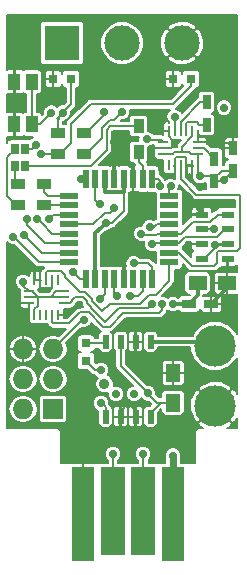
<source format=gtl>
G04 #@! TF.FileFunction,Copper,L1,Top,Signal*
%FSLAX46Y46*%
G04 Gerber Fmt 4.6, Leading zero omitted, Abs format (unit mm)*
G04 Created by KiCad (PCBNEW 4.0.1-stable) date Monday, February 15, 2016 'PMt' 09:43:10 PM*
%MOMM*%
G01*
G04 APERTURE LIST*
%ADD10C,0.100000*%
%ADD11C,3.500120*%
%ADD12R,1.900000X8.000000*%
%ADD13R,2.000000X7.500000*%
%ADD14R,0.508000X1.143000*%
%ADD15R,0.550000X1.600000*%
%ADD16R,1.600000X0.550000*%
%ADD17R,2.999740X2.999740*%
%ADD18C,2.999740*%
%ADD19R,1.200000X0.900000*%
%ADD20R,1.100000X0.600000*%
%ADD21R,1.050000X1.400000*%
%ADD22R,0.250000X0.850000*%
%ADD23R,0.850000X0.250000*%
%ADD24R,0.650000X0.850000*%
%ADD25R,0.900000X1.200000*%
%ADD26R,0.797560X0.797560*%
%ADD27R,1.727200X1.727200*%
%ADD28O,1.727200X1.727200*%
%ADD29R,1.500000X1.250000*%
%ADD30R,1.200000X0.750000*%
%ADD31R,0.750000X1.200000*%
%ADD32R,1.250000X1.500000*%
%ADD33C,0.700000*%
%ADD34C,0.870000*%
%ADD35C,0.300000*%
%ADD36C,0.200000*%
%ADD37C,0.600000*%
G04 APERTURE END LIST*
D10*
D11*
X134366000Y-93726000D03*
X134366000Y-98806000D03*
D12*
X130810000Y-107950000D03*
X123190000Y-107950000D03*
D13*
X125700000Y-107700000D03*
X128300000Y-107700000D03*
D14*
X125095000Y-93345000D03*
X126365000Y-93345000D03*
X127635000Y-93345000D03*
X128905000Y-93345000D03*
X128905000Y-99695000D03*
X127635000Y-99695000D03*
X126365000Y-99695000D03*
X125095000Y-99695000D03*
D15*
X129038000Y-79570000D03*
X128238000Y-79570000D03*
X127438000Y-79570000D03*
X126638000Y-79570000D03*
X125838000Y-79570000D03*
X125038000Y-79570000D03*
X124238000Y-79570000D03*
X123438000Y-79570000D03*
D16*
X121988000Y-81020000D03*
X121988000Y-81820000D03*
X121988000Y-82620000D03*
X121988000Y-83420000D03*
X121988000Y-84220000D03*
X121988000Y-85020000D03*
X121988000Y-85820000D03*
X121988000Y-86620000D03*
D15*
X123438000Y-88070000D03*
X124238000Y-88070000D03*
X125038000Y-88070000D03*
X125838000Y-88070000D03*
X126638000Y-88070000D03*
X127438000Y-88070000D03*
X128238000Y-88070000D03*
X129038000Y-88070000D03*
D16*
X130488000Y-86620000D03*
X130488000Y-85820000D03*
X130488000Y-85020000D03*
X130488000Y-84220000D03*
X130488000Y-83420000D03*
X130488000Y-82620000D03*
X130488000Y-81820000D03*
X130488000Y-81020000D03*
D17*
X121412000Y-68072000D03*
D18*
X126492000Y-68072000D03*
X131572000Y-68072000D03*
D19*
X123274000Y-75692000D03*
X121074000Y-75692000D03*
X123274000Y-77470000D03*
X121074000Y-77470000D03*
D20*
X135423000Y-86340000D03*
X135423000Y-85090000D03*
X135423000Y-83840000D03*
X135423000Y-82590000D03*
X133223000Y-82590000D03*
X133223000Y-83840000D03*
X133223000Y-85090000D03*
X133223000Y-86340000D03*
D21*
X118835000Y-74952000D03*
X118835000Y-71352000D03*
X117385000Y-74952000D03*
X117385000Y-71352000D03*
D22*
X119078500Y-91073500D03*
X119578500Y-91073500D03*
X120078500Y-91073500D03*
X120578500Y-91073500D03*
X121078500Y-91073500D03*
D23*
X121553500Y-90098500D03*
X121553500Y-89598500D03*
X121553500Y-89098500D03*
D22*
X121078500Y-88123500D03*
X120578500Y-88123500D03*
X120078500Y-88123500D03*
X119578500Y-88123500D03*
X119078500Y-88123500D03*
D23*
X118603500Y-89098500D03*
X118603500Y-89598500D03*
X118603500Y-90098500D03*
D24*
X118281000Y-76999000D03*
X117431000Y-76999000D03*
X117431000Y-78449000D03*
X118281000Y-78449000D03*
D25*
X127889000Y-75100000D03*
X127889000Y-77300000D03*
D19*
X117688000Y-80010000D03*
X119888000Y-80010000D03*
X117688000Y-81788000D03*
X119888000Y-81788000D03*
D26*
X123444000Y-94996000D03*
X123444000Y-93497400D03*
D27*
X120650000Y-99060000D03*
D28*
X118110000Y-99060000D03*
X120650000Y-96520000D03*
X118110000Y-96520000D03*
X120650000Y-93980000D03*
X118110000Y-93980000D03*
D29*
X132882000Y-88392000D03*
X135382000Y-88392000D03*
D30*
X132146000Y-90170000D03*
X134046000Y-90170000D03*
D31*
X134302500Y-77848500D03*
X134302500Y-79748500D03*
X133667500Y-73091000D03*
X133667500Y-74991000D03*
X135890000Y-78864500D03*
X135890000Y-76964500D03*
D22*
X132445000Y-75487000D03*
X131945000Y-75487000D03*
X131445000Y-75487000D03*
X130945000Y-75487000D03*
X130445000Y-75487000D03*
D23*
X129970000Y-76462000D03*
X129970000Y-76962000D03*
X129970000Y-77462000D03*
D22*
X130445000Y-78437000D03*
X130945000Y-78437000D03*
X131445000Y-78437000D03*
X131945000Y-78437000D03*
X132445000Y-78437000D03*
D23*
X132920000Y-77462000D03*
X132920000Y-76962000D03*
X132920000Y-76462000D03*
D32*
X130810000Y-98512000D03*
X130810000Y-96012000D03*
D26*
X122174000Y-71120000D03*
X120675400Y-71120000D03*
X132334000Y-71120000D03*
X130835400Y-71120000D03*
D33*
X133096000Y-82042000D03*
X122863621Y-90227048D03*
X125835352Y-76432418D03*
X127658877Y-85003515D03*
X134302500Y-76517500D03*
X131953000Y-85344000D03*
X133096000Y-80264000D03*
D34*
X123190000Y-102425500D03*
D33*
X127000000Y-98552000D03*
X125730000Y-102870000D03*
X128270000Y-102870000D03*
X124606919Y-81721775D03*
X123022360Y-79573120D03*
X135128000Y-79692500D03*
X125107773Y-83305582D03*
X118110000Y-88285000D03*
X119231507Y-76665014D03*
X133096000Y-79363997D03*
X134323002Y-85140009D03*
X134288378Y-83805369D03*
X130810000Y-90170000D03*
X129674137Y-80191118D03*
X125984000Y-97790000D03*
X120509661Y-73972773D03*
X120283739Y-82986390D03*
X125843717Y-82072420D03*
X135128000Y-73533000D03*
X124972209Y-73907800D03*
X127202229Y-89486612D03*
X127471998Y-86719998D03*
X126492000Y-73914000D03*
X130601999Y-80170155D03*
X127508000Y-97790000D03*
X118403780Y-82975135D03*
X118196027Y-84335750D03*
X117294191Y-84490279D03*
X122302808Y-87469595D03*
D34*
X124998250Y-96940462D03*
D33*
X121475756Y-73958354D03*
X119634000Y-77470000D03*
X128583381Y-76207274D03*
X128994579Y-90205134D03*
X129032000Y-85090000D03*
X130952147Y-74314698D03*
X128100559Y-84219334D03*
X129894021Y-90173131D03*
X126103481Y-89465246D03*
X124714000Y-95758000D03*
X119327437Y-82986399D03*
X123234049Y-91524188D03*
X128826402Y-83687193D03*
X128677466Y-97739310D03*
X130810000Y-102997000D03*
X124714000Y-98552000D03*
X124645392Y-89714760D03*
D35*
X133223000Y-82590000D02*
X133223000Y-82169000D01*
X133223000Y-82169000D02*
X133096000Y-82042000D01*
D36*
X119578500Y-88123500D02*
X119578500Y-88748500D01*
X119578500Y-88748500D02*
X119678501Y-88848501D01*
X119678501Y-88848501D02*
X120478499Y-88848501D01*
X120478499Y-88848501D02*
X120578500Y-88748500D01*
X120578500Y-88748500D02*
X120578500Y-88123500D01*
X121078500Y-91073500D02*
X122017169Y-91073500D01*
X122017169Y-91073500D02*
X122863621Y-90227048D01*
D35*
X135382000Y-88392000D02*
X135382000Y-88834000D01*
X135382000Y-88834000D02*
X134046000Y-90170000D01*
X125835352Y-76927392D02*
X125835352Y-76432418D01*
X125835352Y-77575352D02*
X125835352Y-76927392D01*
X125838000Y-77578000D02*
X125835352Y-77575352D01*
X127308878Y-85353514D02*
X127658877Y-85003515D01*
X126638000Y-86024392D02*
X127308878Y-85353514D01*
X126638000Y-88070000D02*
X126638000Y-86024392D01*
D36*
X130945000Y-78437000D02*
X130945000Y-79062000D01*
X130945000Y-79062000D02*
X130844999Y-79162001D01*
X129962001Y-79162001D02*
X129613001Y-78813001D01*
X130844999Y-79162001D02*
X129962001Y-79162001D01*
X129229653Y-76962000D02*
X129970000Y-76962000D01*
X129613001Y-78813001D02*
X129613001Y-78195003D01*
X129613001Y-78195003D02*
X129229653Y-77811655D01*
X129229653Y-77811655D02*
X129229653Y-76962000D01*
D35*
X127438000Y-78470000D02*
X127156338Y-78470000D01*
X127156338Y-78470000D02*
X126264338Y-77578000D01*
X126264338Y-77578000D02*
X125838000Y-77578000D01*
D36*
X130445000Y-75487000D02*
X130445000Y-75962000D01*
X130445000Y-75962000D02*
X130746500Y-76263500D01*
X130746500Y-76263500D02*
X130746500Y-76810500D01*
X130746500Y-76810500D02*
X130595000Y-76962000D01*
X130595000Y-76962000D02*
X129970000Y-76962000D01*
X132920000Y-76462000D02*
X134247000Y-76462000D01*
X134247000Y-76462000D02*
X134302500Y-76517500D01*
X135890000Y-76964500D02*
X135443000Y-76517500D01*
X135443000Y-76517500D02*
X134302500Y-76517500D01*
X131945000Y-79174999D02*
X132399001Y-79629000D01*
X132399001Y-79629000D02*
X132684002Y-79914001D01*
X132445000Y-78437000D02*
X132445000Y-79583001D01*
X132445000Y-79583001D02*
X132399001Y-79629000D01*
X130945000Y-78437000D02*
X130945000Y-77846998D01*
X131945000Y-77812000D02*
X131945000Y-78437000D01*
X130945000Y-77846998D02*
X131079999Y-77711999D01*
X131079999Y-77711999D02*
X131844999Y-77711999D01*
X131844999Y-77711999D02*
X131945000Y-77812000D01*
X131945000Y-78437000D02*
X131945000Y-79174999D01*
X132684002Y-79914001D02*
X132746001Y-79914001D01*
D35*
X133821000Y-90297000D02*
X134046000Y-90297000D01*
X127438000Y-79570000D02*
X127438000Y-78470000D01*
X125838000Y-79570000D02*
X125838000Y-77578000D01*
D36*
X133223000Y-85090000D02*
X132207000Y-85090000D01*
X132207000Y-85090000D02*
X131953000Y-85344000D01*
X135423000Y-86340000D02*
X135673000Y-86340000D01*
X135382000Y-88392000D02*
X135257000Y-88392000D01*
X135423000Y-88351000D02*
X135382000Y-88392000D01*
X123190000Y-107950000D02*
X123190000Y-102425500D01*
X126365000Y-99695000D02*
X126365000Y-99187000D01*
X126365000Y-99187000D02*
X127000000Y-98552000D01*
X127635000Y-99695000D02*
X127635000Y-99187000D01*
X127635000Y-99187000D02*
X127000000Y-98552000D01*
X125730000Y-102870000D02*
X125730000Y-107670000D01*
X125730000Y-107670000D02*
X125700000Y-107700000D01*
X128300000Y-107700000D02*
X128300000Y-102900000D01*
X128300000Y-102900000D02*
X128270000Y-102870000D01*
X124238000Y-79570000D02*
X124238000Y-81352856D01*
X124238000Y-81352856D02*
X124606919Y-81721775D01*
X123022360Y-79573120D02*
X123434880Y-79573120D01*
X123434880Y-79573120D02*
X123438000Y-79570000D01*
X135890000Y-78864500D02*
X135890000Y-78930500D01*
X135890000Y-78930500D02*
X135128000Y-79692500D01*
X134302500Y-79748500D02*
X135072000Y-79748500D01*
X135072000Y-79748500D02*
X135128000Y-79692500D01*
X126638000Y-82270329D02*
X125602747Y-83305582D01*
X126638000Y-79570000D02*
X126638000Y-82270329D01*
D35*
X124757774Y-83655581D02*
X125107773Y-83305582D01*
X124238000Y-88070000D02*
X124238000Y-84175355D01*
X124238000Y-84175355D02*
X124757774Y-83655581D01*
D36*
X125602747Y-83305582D02*
X125107773Y-83305582D01*
X121553500Y-89598500D02*
X120928500Y-89598500D01*
X120905000Y-89575000D02*
X120452000Y-89575000D01*
X120928500Y-89598500D02*
X120905000Y-89575000D01*
X119380000Y-89575000D02*
X120452000Y-89575000D01*
X120452000Y-89575000D02*
X120928500Y-89098500D01*
X120928500Y-89098500D02*
X121553500Y-89098500D01*
X118603500Y-89598500D02*
X119228500Y-89598500D01*
X119228500Y-89598500D02*
X119252000Y-89575000D01*
X119252000Y-89575000D02*
X119380000Y-89575000D01*
X119380000Y-90297000D02*
X119380000Y-89575000D01*
X119380000Y-89575000D02*
X118903500Y-89098500D01*
X118903500Y-89098500D02*
X118603500Y-89098500D01*
X119078500Y-91073500D02*
X119078500Y-90598500D01*
X119078500Y-90598500D02*
X119380000Y-90297000D01*
X118110000Y-88285000D02*
X118110000Y-88605000D01*
X118110000Y-88605000D02*
X118603500Y-89098500D01*
D35*
X132146000Y-90170000D02*
X130810000Y-90170000D01*
X132882000Y-88392000D02*
X132882000Y-89434000D01*
X132882000Y-89434000D02*
X132146000Y-90170000D01*
D36*
X118281000Y-76999000D02*
X118897521Y-76999000D01*
X118897521Y-76999000D02*
X119231507Y-76665014D01*
D35*
X125038000Y-79570000D02*
X125038000Y-80670000D01*
X125038000Y-80670000D02*
X125088001Y-80720001D01*
X125088001Y-80720001D02*
X126587999Y-80720001D01*
X126587999Y-80720001D02*
X126638000Y-80670000D01*
X126638000Y-80670000D02*
X126638000Y-79570000D01*
D36*
X135890000Y-78864500D02*
X134961500Y-78864500D01*
X134302500Y-79523500D02*
X134302500Y-79748500D01*
X134961500Y-78864500D02*
X134302500Y-79523500D01*
X130914310Y-77311989D02*
X131572000Y-77311989D01*
X131572000Y-77311989D02*
X132144989Y-77311989D01*
X132445000Y-75487000D02*
X132445000Y-75962000D01*
X132445000Y-75962000D02*
X131572000Y-76835000D01*
X131572000Y-76835000D02*
X131572000Y-77311989D01*
X129970000Y-77462000D02*
X130764299Y-77462000D01*
X130764299Y-77462000D02*
X130914310Y-77311989D01*
X132144989Y-77311989D02*
X132295000Y-77462000D01*
X132295000Y-77462000D02*
X132920000Y-77462000D01*
X132920000Y-77462000D02*
X132920000Y-79187997D01*
X132920000Y-79187997D02*
X133096000Y-79363997D01*
X134302500Y-79748500D02*
X133917997Y-79363997D01*
X133917997Y-79363997D02*
X133096000Y-79363997D01*
X134323002Y-85140009D02*
X135372991Y-85140009D01*
X135372991Y-85140009D02*
X135423000Y-85090000D01*
X133223000Y-83840000D02*
X134253747Y-83840000D01*
X134253747Y-83840000D02*
X134288378Y-83805369D01*
X130937000Y-90297000D02*
X130810000Y-90170000D01*
X135223000Y-85090000D02*
X135423000Y-85090000D01*
X135423000Y-85090000D02*
X134673000Y-85090000D01*
X134673000Y-85090000D02*
X133423000Y-86340000D01*
X133423000Y-86340000D02*
X133223000Y-86340000D01*
X129674137Y-79731137D02*
X129674137Y-80191118D01*
X129513000Y-79570000D02*
X129674137Y-79731137D01*
X129038000Y-79570000D02*
X129513000Y-79570000D01*
X127889000Y-77300000D02*
X127889000Y-78100000D01*
X127889000Y-78100000D02*
X128238000Y-78449000D01*
X128238000Y-78449000D02*
X128238000Y-78570000D01*
X128238000Y-78570000D02*
X128238000Y-79570000D01*
X128270000Y-79538000D02*
X128238000Y-79570000D01*
X119888000Y-80010000D02*
X119888000Y-80660000D01*
X120988000Y-81020000D02*
X121988000Y-81020000D01*
X119888000Y-80660000D02*
X120248000Y-81020000D01*
X120248000Y-81020000D02*
X120988000Y-81020000D01*
X119888000Y-81788000D02*
X121956000Y-81788000D01*
X121956000Y-81788000D02*
X121988000Y-81820000D01*
X120509661Y-74002339D02*
X120509661Y-73972773D01*
X119560000Y-74952000D02*
X120509661Y-74002339D01*
X118835000Y-74952000D02*
X119560000Y-74952000D01*
X118835000Y-71352000D02*
X118835000Y-74952000D01*
X121988000Y-82620000D02*
X120650129Y-82620000D01*
X120650129Y-82620000D02*
X120283739Y-82986390D01*
X125493718Y-82422419D02*
X125843717Y-82072420D01*
X124045455Y-83420000D02*
X125043036Y-82422419D01*
X125043036Y-82422419D02*
X125493718Y-82422419D01*
X121988000Y-83420000D02*
X124045455Y-83420000D01*
X124972209Y-74143791D02*
X124972209Y-73907800D01*
X123424000Y-75692000D02*
X124972209Y-74143791D01*
X123274000Y-75692000D02*
X123424000Y-75692000D01*
X127821388Y-89486612D02*
X127697203Y-89486612D01*
X127697203Y-89486612D02*
X127202229Y-89486612D01*
X128238000Y-88070000D02*
X128238000Y-89070000D01*
X128238000Y-89070000D02*
X127821388Y-89486612D01*
X126142001Y-74263999D02*
X126492000Y-73914000D01*
X124785322Y-75256732D02*
X125431371Y-74610683D01*
X125431371Y-74610683D02*
X125795317Y-74610683D01*
X125795317Y-74610683D02*
X126142001Y-74263999D01*
X123274000Y-77470000D02*
X123424000Y-77470000D01*
X123424000Y-77470000D02*
X124785322Y-76108678D01*
X124785322Y-76108678D02*
X124785322Y-75256732D01*
X127471998Y-86719998D02*
X128687998Y-86719998D01*
X128687998Y-86719998D02*
X129038000Y-87070000D01*
X129038000Y-87070000D02*
X129038000Y-88070000D01*
X130488000Y-81020000D02*
X130488000Y-80284154D01*
X130488000Y-80284154D02*
X130601999Y-80170155D01*
X130488000Y-81020000D02*
X129779323Y-81020000D01*
X121988000Y-85020000D02*
X119953671Y-85020000D01*
X119953671Y-85020000D02*
X118403780Y-83470109D01*
X118403780Y-83470109D02*
X118403780Y-82975135D01*
X121988000Y-85820000D02*
X119680277Y-85820000D01*
X119680277Y-85820000D02*
X118546026Y-84685749D01*
X118546026Y-84685749D02*
X118196027Y-84335750D01*
X121956000Y-85852000D02*
X121988000Y-85820000D01*
X117644190Y-84840278D02*
X117294191Y-84490279D01*
X121988000Y-86620000D02*
X119423912Y-86620000D01*
X119423912Y-86620000D02*
X117644190Y-84840278D01*
X121463000Y-86620000D02*
X121988000Y-86620000D01*
X123438000Y-88070000D02*
X122903213Y-88070000D01*
X122903213Y-88070000D02*
X122652807Y-87819594D01*
X122652807Y-87819594D02*
X122302808Y-87469595D01*
D35*
X128905000Y-93345000D02*
X133985000Y-93345000D01*
X133985000Y-93345000D02*
X134366000Y-93726000D01*
X128905000Y-93345000D02*
X128907867Y-93342133D01*
D36*
X121125757Y-74539062D02*
X121125757Y-74308353D01*
X122174000Y-71120000D02*
X122174000Y-73260110D01*
X122174000Y-73260110D02*
X121825755Y-73608355D01*
X121125757Y-74308353D02*
X121475756Y-73958354D01*
X120994780Y-74422000D02*
X121111842Y-74539062D01*
X121074000Y-74590819D02*
X121125757Y-74539062D01*
X121074000Y-75692000D02*
X121074000Y-74590819D01*
X121825755Y-73608355D02*
X121475756Y-73958354D01*
X121111842Y-74539062D02*
X121125757Y-74539062D01*
X132334000Y-71120000D02*
X132334000Y-71718780D01*
X132334000Y-71718780D02*
X130795381Y-73257399D01*
X130795381Y-73257399D02*
X123846601Y-73257399D01*
X121224000Y-77470000D02*
X121074000Y-77470000D01*
X123846601Y-73257399D02*
X122160044Y-74943956D01*
X122160044Y-74943956D02*
X122160044Y-76533956D01*
X122160044Y-76533956D02*
X121224000Y-77470000D01*
X119634000Y-77470000D02*
X121074000Y-77470000D01*
X128524000Y-76263500D02*
X129771500Y-76263500D01*
X129771500Y-76263500D02*
X129970000Y-76462000D01*
X135673000Y-83840000D02*
X135423000Y-83840000D01*
X123840804Y-90474167D02*
X123840804Y-90439804D01*
X130488000Y-85020000D02*
X129102000Y-85020000D01*
X129102000Y-85020000D02*
X129032000Y-85090000D01*
X128663070Y-90536643D02*
X128994579Y-90205134D01*
X126214335Y-90536643D02*
X128663070Y-90536643D01*
X123840804Y-90474167D02*
X125041626Y-91674989D01*
X125041626Y-91674989D02*
X125075989Y-91674989D01*
X125075989Y-91674989D02*
X126214335Y-90536643D01*
X122078491Y-90098500D02*
X121553500Y-90098500D01*
X122278501Y-89898490D02*
X122078491Y-90098500D01*
X122278501Y-89811499D02*
X122278501Y-89898490D01*
X122512953Y-89577047D02*
X122278501Y-89811499D01*
X123175622Y-89577047D02*
X122512953Y-89577047D01*
X123513622Y-89915047D02*
X123175622Y-89577047D01*
X123513622Y-90112622D02*
X123513622Y-89915047D01*
X123840804Y-90439804D02*
X123513622Y-90112622D01*
X135423000Y-83840000D02*
X135215749Y-83840000D01*
X135215749Y-83840000D02*
X134565750Y-84489999D01*
X134565750Y-84489999D02*
X131844999Y-84489999D01*
X131844999Y-84489999D02*
X131314998Y-85020000D01*
X131314998Y-85020000D02*
X130488000Y-85020000D01*
X135423000Y-83840000D02*
X135173000Y-83840000D01*
X130952147Y-74314698D02*
X130952147Y-75479853D01*
X130952147Y-75479853D02*
X130945000Y-75487000D01*
X126614346Y-90936654D02*
X129625472Y-90936654D01*
X120678501Y-91798501D02*
X122000343Y-91798501D01*
X129625472Y-90936654D02*
X129894021Y-90668105D01*
X120578500Y-91698500D02*
X120678501Y-91798501D01*
X122000343Y-91798501D02*
X122924666Y-90874178D01*
X124875937Y-92075000D02*
X125476000Y-92075000D01*
X125476000Y-92075000D02*
X126614346Y-90936654D01*
X122924666Y-90874178D02*
X123675115Y-90874178D01*
X129894021Y-90668105D02*
X129894021Y-90173131D01*
X123675115Y-90874178D02*
X124875937Y-92075000D01*
X120578500Y-91073500D02*
X120578500Y-91698500D01*
X129370805Y-84337195D02*
X128218420Y-84337195D01*
X130488000Y-84220000D02*
X129488000Y-84220000D01*
X129488000Y-84220000D02*
X129370805Y-84337195D01*
X128218420Y-84337195D02*
X128100559Y-84219334D01*
X135445500Y-82567500D02*
X135423000Y-82590000D01*
X135423000Y-82590000D02*
X134580000Y-82590000D01*
X134580000Y-82590000D02*
X133930001Y-83239999D01*
X133930001Y-83239999D02*
X132468001Y-83239999D01*
X132468001Y-83239999D02*
X131488000Y-84220000D01*
X131488000Y-84220000D02*
X130488000Y-84220000D01*
X125838000Y-89199765D02*
X126103481Y-89465246D01*
X125838000Y-88070000D02*
X125838000Y-89199765D01*
X117431000Y-76999000D02*
X117431000Y-77099000D01*
X117431000Y-77099000D02*
X116787999Y-77742001D01*
X117538000Y-81788000D02*
X117688000Y-81788000D01*
X116787999Y-77742001D02*
X116787999Y-81037999D01*
X116787999Y-81037999D02*
X117538000Y-81788000D01*
X117431000Y-78449000D02*
X117431000Y-79753000D01*
X117431000Y-79753000D02*
X117688000Y-80010000D01*
X127889000Y-75100000D02*
X125507753Y-75100000D01*
X125185332Y-77148670D02*
X123885002Y-78449000D01*
X125507753Y-75100000D02*
X125185332Y-75422421D01*
X118806000Y-78449000D02*
X118281000Y-78449000D01*
X123885002Y-78449000D02*
X118806000Y-78449000D01*
X125185332Y-75422421D02*
X125185332Y-77148670D01*
X130488000Y-86620000D02*
X130488000Y-88223214D01*
X130488000Y-88223214D02*
X129334233Y-89376981D01*
X129334233Y-89376981D02*
X128807854Y-89376981D01*
X128048203Y-90136632D02*
X125436786Y-90136632D01*
X123334275Y-89170001D02*
X122922999Y-89170001D01*
X128807854Y-89376981D02*
X128048203Y-90136632D01*
X125436786Y-90136632D02*
X124792390Y-90781025D01*
X124792390Y-90781025D02*
X123913632Y-89902267D01*
X123913632Y-89902267D02*
X123913632Y-89749358D01*
X123913632Y-89749358D02*
X123334275Y-89170001D01*
X122922999Y-89170001D02*
X121663323Y-87910325D01*
X121663323Y-87910325D02*
X121663323Y-87728580D01*
X120078500Y-88123500D02*
X120078500Y-87498500D01*
X121663323Y-87728580D02*
X121663323Y-87799477D01*
X120078500Y-87498500D02*
X120178501Y-87398499D01*
X120178501Y-87398499D02*
X121333242Y-87398499D01*
X121333242Y-87398499D02*
X121663323Y-87728580D01*
X130488000Y-85820000D02*
X131312998Y-85820000D01*
X134572999Y-85799999D02*
X134682997Y-85690001D01*
X136213001Y-85690001D02*
X136464773Y-85438229D01*
X131312998Y-85820000D02*
X132432999Y-86940001D01*
X132432999Y-86940001D02*
X134293999Y-86940001D01*
X132783999Y-80914001D02*
X131445000Y-79575002D01*
X134293999Y-86940001D02*
X134572999Y-86661001D01*
X134572999Y-86661001D02*
X134572999Y-85799999D01*
X131445000Y-79062000D02*
X131445000Y-78437000D01*
X134682997Y-85690001D02*
X136213001Y-85690001D01*
X136464773Y-85438229D02*
X136464773Y-80914001D01*
X136464773Y-80914001D02*
X132783999Y-80914001D01*
X131445000Y-79575002D02*
X131445000Y-79062000D01*
X131445000Y-78437000D02*
X131445000Y-78803500D01*
X124714000Y-95758000D02*
X124206000Y-95758000D01*
X124206000Y-95758000D02*
X123444000Y-94996000D01*
X123444000Y-93497400D02*
X124942600Y-93497400D01*
X124942600Y-93497400D02*
X125095000Y-93345000D01*
X120561038Y-84220000D02*
X119677436Y-83336398D01*
X121988000Y-84220000D02*
X120561038Y-84220000D01*
X119677436Y-83336398D02*
X119327437Y-82986399D01*
X120650000Y-93980000D02*
X123105812Y-91524188D01*
X123105812Y-91524188D02*
X123234049Y-91524188D01*
X129488000Y-83420000D02*
X129220807Y-83687193D01*
X130488000Y-83420000D02*
X129488000Y-83420000D01*
X129220807Y-83687193D02*
X128826402Y-83687193D01*
X132920000Y-76962000D02*
X133416000Y-76962000D01*
X133416000Y-76962000D02*
X134302500Y-77848500D01*
X131445000Y-75487000D02*
X131445000Y-74738500D01*
X131445000Y-74738500D02*
X133092500Y-73091000D01*
X133092500Y-73091000D02*
X133667500Y-73091000D01*
X131519999Y-75412001D02*
X131445000Y-75487000D01*
X133667500Y-74991000D02*
X133039002Y-74991000D01*
X133039002Y-74991000D02*
X132810001Y-74761999D01*
X132810001Y-74761999D02*
X132045001Y-74761999D01*
X132045001Y-74761999D02*
X131945000Y-74862000D01*
X131945000Y-74862000D02*
X131945000Y-75487000D01*
X128327467Y-97389311D02*
X128677466Y-97739310D01*
X126365000Y-95426844D02*
X128327467Y-97389311D01*
X129450156Y-98512000D02*
X129027465Y-98089309D01*
X126365000Y-93345000D02*
X126365000Y-95426844D01*
X130810000Y-98512000D02*
X129450156Y-98512000D01*
X129027465Y-98089309D02*
X128677466Y-97739310D01*
D37*
X130810000Y-107950000D02*
X130810000Y-102997000D01*
D36*
X125095000Y-99695000D02*
X125095000Y-98923500D01*
X128905000Y-99377500D02*
X128905000Y-99695000D01*
X128905000Y-99377500D02*
X129770500Y-98512000D01*
X129770500Y-98512000D02*
X130810000Y-98512000D01*
X130810000Y-98512000D02*
X130810000Y-98637000D01*
X124723500Y-98552000D02*
X124714000Y-98552000D01*
X125095000Y-98923500D02*
X124723500Y-98552000D01*
X124995391Y-89364761D02*
X124645392Y-89714760D01*
X125038000Y-89322152D02*
X124995391Y-89364761D01*
X125038000Y-88070000D02*
X125038000Y-89322152D01*
G36*
X116897155Y-85083364D02*
X117154341Y-85190157D01*
X117357851Y-85190335D01*
X119105714Y-86938198D01*
X119251704Y-87035746D01*
X119423912Y-87070000D01*
X119875719Y-87070000D01*
X119873114Y-87071741D01*
X119860303Y-87080301D01*
X119760302Y-87180302D01*
X119662754Y-87326292D01*
X119655192Y-87364308D01*
X119583500Y-87436000D01*
X119583500Y-88118500D01*
X119596644Y-88118500D01*
X119596644Y-88128500D01*
X119583500Y-88128500D01*
X119583500Y-88811000D01*
X119671000Y-88898500D01*
X119773120Y-88898500D01*
X119821232Y-88878571D01*
X119953500Y-88905356D01*
X120203500Y-88905356D01*
X120333202Y-88880951D01*
X120336457Y-88878856D01*
X120383880Y-88898500D01*
X120486000Y-88898500D01*
X120573498Y-88811002D01*
X120573498Y-88817106D01*
X120265604Y-89125000D01*
X119566396Y-89125000D01*
X119378509Y-88937113D01*
X119370176Y-88892823D01*
X119383880Y-88898500D01*
X119486000Y-88898500D01*
X119573500Y-88811000D01*
X119573500Y-88128500D01*
X119083500Y-88128500D01*
X119083500Y-88148500D01*
X119073500Y-88148500D01*
X119073500Y-88128500D01*
X119053500Y-88128500D01*
X119053500Y-88118500D01*
X119073500Y-88118500D01*
X119073500Y-87436000D01*
X119083500Y-87436000D01*
X119083500Y-88118500D01*
X119573500Y-88118500D01*
X119573500Y-87436000D01*
X119486000Y-87348500D01*
X119383880Y-87348500D01*
X119328500Y-87371440D01*
X119273120Y-87348500D01*
X119171000Y-87348500D01*
X119083500Y-87436000D01*
X119073500Y-87436000D01*
X118986000Y-87348500D01*
X118883880Y-87348500D01*
X118755241Y-87401785D01*
X118656784Y-87500241D01*
X118603500Y-87628881D01*
X118603500Y-87788548D01*
X118507036Y-87691915D01*
X118249850Y-87585122D01*
X117971372Y-87584879D01*
X117714000Y-87691223D01*
X117516915Y-87887964D01*
X117410122Y-88145150D01*
X117409879Y-88423628D01*
X117516223Y-88681000D01*
X117712964Y-88878085D01*
X117780357Y-88906069D01*
X117791802Y-88923198D01*
X117825089Y-88956485D01*
X117821644Y-88973500D01*
X117821644Y-89223500D01*
X117846028Y-89353089D01*
X117821644Y-89473500D01*
X117821644Y-89723500D01*
X117846049Y-89853202D01*
X117848144Y-89856457D01*
X117828500Y-89903881D01*
X117828500Y-90006000D01*
X117916000Y-90093500D01*
X118598500Y-90093500D01*
X118598500Y-90080356D01*
X118608500Y-90080356D01*
X118608500Y-90093500D01*
X118628500Y-90093500D01*
X118628500Y-90103500D01*
X118608500Y-90103500D01*
X118608500Y-90486000D01*
X118627764Y-90505264D01*
X118624759Y-90509663D01*
X118596644Y-90648500D01*
X118596644Y-91498500D01*
X118621049Y-91628202D01*
X118697703Y-91747325D01*
X118814663Y-91827241D01*
X118953500Y-91855356D01*
X119203500Y-91855356D01*
X119333089Y-91830972D01*
X119453500Y-91855356D01*
X119703500Y-91855356D01*
X119833089Y-91830972D01*
X119953500Y-91855356D01*
X120159700Y-91855356D01*
X120162754Y-91870708D01*
X120184192Y-91902792D01*
X120260302Y-92016698D01*
X120360303Y-92116699D01*
X120506293Y-92214247D01*
X120678501Y-92248501D01*
X121745103Y-92248501D01*
X121135384Y-92858220D01*
X120673776Y-92766400D01*
X120626224Y-92766400D01*
X120161799Y-92858780D01*
X119768079Y-93121855D01*
X119505004Y-93515575D01*
X119412624Y-93980000D01*
X119505004Y-94444425D01*
X119768079Y-94838145D01*
X120161799Y-95101220D01*
X120626224Y-95193600D01*
X120673776Y-95193600D01*
X121138201Y-95101220D01*
X121531921Y-94838145D01*
X121794996Y-94444425D01*
X121887376Y-93980000D01*
X121794996Y-93515575D01*
X121777302Y-93489094D01*
X123057549Y-92208847D01*
X123094199Y-92224066D01*
X123372677Y-92224309D01*
X123630049Y-92117965D01*
X123827134Y-91921224D01*
X123903017Y-91738476D01*
X124557739Y-92393198D01*
X124669554Y-92467911D01*
X124592175Y-92517703D01*
X124512259Y-92634663D01*
X124484144Y-92773500D01*
X124484144Y-93047400D01*
X124189998Y-93047400D01*
X124175231Y-92968918D01*
X124098577Y-92849795D01*
X123981617Y-92769879D01*
X123842780Y-92741764D01*
X123045220Y-92741764D01*
X122915518Y-92766169D01*
X122796395Y-92842823D01*
X122716479Y-92959783D01*
X122688364Y-93098620D01*
X122688364Y-93896180D01*
X122712769Y-94025882D01*
X122789423Y-94145005D01*
X122906383Y-94224921D01*
X123012783Y-94246467D01*
X122915518Y-94264769D01*
X122796395Y-94341423D01*
X122716479Y-94458383D01*
X122688364Y-94597220D01*
X122688364Y-95394780D01*
X122712769Y-95524482D01*
X122789423Y-95643605D01*
X122906383Y-95723521D01*
X123045220Y-95751636D01*
X123563240Y-95751636D01*
X123887802Y-96076198D01*
X124033792Y-96173746D01*
X124166232Y-96200090D01*
X124316964Y-96351085D01*
X124430360Y-96398171D01*
X124333147Y-96495215D01*
X124213387Y-96783631D01*
X124213114Y-97095923D01*
X124332371Y-97384548D01*
X124553003Y-97605565D01*
X124841419Y-97725325D01*
X125153711Y-97725598D01*
X125284103Y-97671721D01*
X125283879Y-97928628D01*
X125390223Y-98186000D01*
X125586964Y-98383085D01*
X125844150Y-98489878D01*
X126122628Y-98490121D01*
X126380000Y-98383777D01*
X126577085Y-98187036D01*
X126683878Y-97929850D01*
X126684121Y-97651372D01*
X126577777Y-97394000D01*
X126381036Y-97196915D01*
X126123850Y-97090122D01*
X125845372Y-97089879D01*
X125773935Y-97119396D01*
X125783113Y-97097293D01*
X125783386Y-96785001D01*
X125664129Y-96496376D01*
X125443497Y-96275359D01*
X125262033Y-96200009D01*
X125307085Y-96155036D01*
X125413878Y-95897850D01*
X125414121Y-95619372D01*
X125307777Y-95362000D01*
X125111036Y-95164915D01*
X124853850Y-95058122D01*
X124575372Y-95057879D01*
X124318000Y-95164223D01*
X124283279Y-95198883D01*
X124199636Y-95115240D01*
X124199636Y-94597220D01*
X124175231Y-94467518D01*
X124098577Y-94348395D01*
X123981617Y-94268479D01*
X123875217Y-94246933D01*
X123972482Y-94228631D01*
X124091605Y-94151977D01*
X124171521Y-94035017D01*
X124189264Y-93947400D01*
X124489958Y-93947400D01*
X124508549Y-94046202D01*
X124585203Y-94165325D01*
X124702163Y-94245241D01*
X124841000Y-94273356D01*
X125349000Y-94273356D01*
X125478702Y-94248951D01*
X125597825Y-94172297D01*
X125677741Y-94055337D01*
X125705856Y-93916500D01*
X125705856Y-92773500D01*
X125754144Y-92773500D01*
X125754144Y-93916500D01*
X125778549Y-94046202D01*
X125855203Y-94165325D01*
X125915000Y-94206183D01*
X125915000Y-95426844D01*
X125949254Y-95599052D01*
X125991218Y-95661855D01*
X126046802Y-95745042D01*
X127391658Y-97089898D01*
X127369372Y-97089879D01*
X127112000Y-97196223D01*
X126914915Y-97392964D01*
X126808122Y-97650150D01*
X126807879Y-97928628D01*
X126914223Y-98186000D01*
X127110964Y-98383085D01*
X127368150Y-98489878D01*
X127646628Y-98490121D01*
X127904000Y-98383777D01*
X128101085Y-98187036D01*
X128111143Y-98162812D01*
X128280430Y-98332395D01*
X128537616Y-98439188D01*
X128741126Y-98439366D01*
X128973932Y-98672172D01*
X128879460Y-98766644D01*
X128651000Y-98766644D01*
X128521298Y-98791049D01*
X128402175Y-98867703D01*
X128322259Y-98984663D01*
X128294144Y-99123500D01*
X128294144Y-100266500D01*
X128318549Y-100396202D01*
X128395203Y-100515325D01*
X128512163Y-100595241D01*
X128651000Y-100623356D01*
X129159000Y-100623356D01*
X129288702Y-100598951D01*
X129407825Y-100522297D01*
X129487741Y-100405337D01*
X129515856Y-100266500D01*
X129515856Y-99403040D01*
X129828144Y-99090752D01*
X129828144Y-99262000D01*
X129852549Y-99391702D01*
X129929203Y-99510825D01*
X130046163Y-99590741D01*
X130185000Y-99618856D01*
X131435000Y-99618856D01*
X131564702Y-99594451D01*
X131683825Y-99517797D01*
X131763741Y-99400837D01*
X131791856Y-99262000D01*
X131791856Y-99145895D01*
X132251947Y-99145895D01*
X132542942Y-99929035D01*
X132630797Y-100060519D01*
X132910281Y-100254648D01*
X134358929Y-98806000D01*
X132910281Y-97357352D01*
X132630797Y-97551481D01*
X132282798Y-98311009D01*
X132251947Y-99145895D01*
X131791856Y-99145895D01*
X131791856Y-97762000D01*
X131767451Y-97632298D01*
X131690797Y-97513175D01*
X131573837Y-97433259D01*
X131435000Y-97405144D01*
X130185000Y-97405144D01*
X130055298Y-97429549D01*
X129936175Y-97506203D01*
X129856259Y-97623163D01*
X129828144Y-97762000D01*
X129828144Y-98062000D01*
X129636552Y-98062000D01*
X129377411Y-97802859D01*
X129377587Y-97600682D01*
X129274124Y-97350281D01*
X132917352Y-97350281D01*
X134366000Y-98798929D01*
X135814648Y-97350281D01*
X135620519Y-97070797D01*
X134860991Y-96722798D01*
X134026105Y-96691947D01*
X133242965Y-96982942D01*
X133111481Y-97070797D01*
X132917352Y-97350281D01*
X129274124Y-97350281D01*
X129271243Y-97343310D01*
X129074502Y-97146225D01*
X128817316Y-97039432D01*
X128613806Y-97039254D01*
X127679052Y-96104500D01*
X129835000Y-96104500D01*
X129835000Y-96831619D01*
X129888284Y-96960259D01*
X129986741Y-97058715D01*
X130115380Y-97112000D01*
X130717500Y-97112000D01*
X130805000Y-97024500D01*
X130805000Y-96017000D01*
X130815000Y-96017000D01*
X130815000Y-97024500D01*
X130902500Y-97112000D01*
X131504620Y-97112000D01*
X131633259Y-97058715D01*
X131731716Y-96960259D01*
X131785000Y-96831619D01*
X131785000Y-96104500D01*
X131697500Y-96017000D01*
X130815000Y-96017000D01*
X130805000Y-96017000D01*
X129922500Y-96017000D01*
X129835000Y-96104500D01*
X127679052Y-96104500D01*
X126815000Y-95240448D01*
X126815000Y-95192381D01*
X129835000Y-95192381D01*
X129835000Y-95919500D01*
X129922500Y-96007000D01*
X130805000Y-96007000D01*
X130805000Y-94999500D01*
X130815000Y-94999500D01*
X130815000Y-96007000D01*
X131697500Y-96007000D01*
X131785000Y-95919500D01*
X131785000Y-95192381D01*
X131731716Y-95063741D01*
X131633259Y-94965285D01*
X131504620Y-94912000D01*
X130902500Y-94912000D01*
X130815000Y-94999500D01*
X130805000Y-94999500D01*
X130717500Y-94912000D01*
X130115380Y-94912000D01*
X129986741Y-94965285D01*
X129888284Y-95063741D01*
X129835000Y-95192381D01*
X126815000Y-95192381D01*
X126815000Y-94206289D01*
X126867825Y-94172297D01*
X126947741Y-94055337D01*
X126975856Y-93916500D01*
X126975856Y-93437500D01*
X127031000Y-93437500D01*
X127031000Y-93986120D01*
X127084285Y-94114759D01*
X127182741Y-94213216D01*
X127311381Y-94266500D01*
X127542500Y-94266500D01*
X127630000Y-94179000D01*
X127630000Y-93350000D01*
X127640000Y-93350000D01*
X127640000Y-94179000D01*
X127727500Y-94266500D01*
X127958619Y-94266500D01*
X128087259Y-94213216D01*
X128185715Y-94114759D01*
X128239000Y-93986120D01*
X128239000Y-93437500D01*
X128151500Y-93350000D01*
X127640000Y-93350000D01*
X127630000Y-93350000D01*
X127118500Y-93350000D01*
X127031000Y-93437500D01*
X126975856Y-93437500D01*
X126975856Y-92773500D01*
X126962757Y-92703880D01*
X127031000Y-92703880D01*
X127031000Y-93252500D01*
X127118500Y-93340000D01*
X127630000Y-93340000D01*
X127630000Y-92511000D01*
X127640000Y-92511000D01*
X127640000Y-93340000D01*
X128151500Y-93340000D01*
X128239000Y-93252500D01*
X128239000Y-92703880D01*
X128185715Y-92575241D01*
X128087259Y-92476784D01*
X127958619Y-92423500D01*
X127727500Y-92423500D01*
X127640000Y-92511000D01*
X127630000Y-92511000D01*
X127542500Y-92423500D01*
X127311381Y-92423500D01*
X127182741Y-92476784D01*
X127084285Y-92575241D01*
X127031000Y-92703880D01*
X126962757Y-92703880D01*
X126951451Y-92643798D01*
X126874797Y-92524675D01*
X126757837Y-92444759D01*
X126619000Y-92416644D01*
X126111000Y-92416644D01*
X125981298Y-92441049D01*
X125862175Y-92517703D01*
X125782259Y-92634663D01*
X125754144Y-92773500D01*
X125705856Y-92773500D01*
X125681451Y-92643798D01*
X125604797Y-92524675D01*
X125576125Y-92505084D01*
X125648208Y-92490746D01*
X125794198Y-92393198D01*
X126800742Y-91386654D01*
X129625472Y-91386654D01*
X129797680Y-91352400D01*
X129943670Y-91254852D01*
X130212219Y-90986303D01*
X130309768Y-90840312D01*
X130332878Y-90724126D01*
X130353511Y-90703528D01*
X130412964Y-90763085D01*
X130670150Y-90869878D01*
X130948628Y-90870121D01*
X131206000Y-90763777D01*
X131245496Y-90724349D01*
X131290203Y-90793825D01*
X131407163Y-90873741D01*
X131546000Y-90901856D01*
X132746000Y-90901856D01*
X132875702Y-90877451D01*
X132994825Y-90800797D01*
X133074741Y-90683837D01*
X133096000Y-90578856D01*
X133096000Y-90614620D01*
X133149285Y-90743259D01*
X133247741Y-90841716D01*
X133376381Y-90895000D01*
X133953500Y-90895000D01*
X134041000Y-90807500D01*
X134041000Y-90175000D01*
X134051000Y-90175000D01*
X134051000Y-90807500D01*
X134138500Y-90895000D01*
X134715619Y-90895000D01*
X134844259Y-90841716D01*
X134942715Y-90743259D01*
X134996000Y-90614620D01*
X134996000Y-90262500D01*
X134908500Y-90175000D01*
X134051000Y-90175000D01*
X134041000Y-90175000D01*
X134021000Y-90175000D01*
X134021000Y-90165000D01*
X134041000Y-90165000D01*
X134041000Y-89532500D01*
X134051000Y-89532500D01*
X134051000Y-90165000D01*
X134908500Y-90165000D01*
X134996000Y-90077500D01*
X134996000Y-89725380D01*
X134942715Y-89596741D01*
X134844259Y-89498284D01*
X134715619Y-89445000D01*
X134138500Y-89445000D01*
X134051000Y-89532500D01*
X134041000Y-89532500D01*
X133953500Y-89445000D01*
X133379812Y-89445000D01*
X133382000Y-89434000D01*
X133382000Y-89373856D01*
X133632000Y-89373856D01*
X133761702Y-89349451D01*
X133880825Y-89272797D01*
X133960741Y-89155837D01*
X133988856Y-89017000D01*
X133988856Y-88484500D01*
X134282000Y-88484500D01*
X134282000Y-89086620D01*
X134335285Y-89215259D01*
X134433741Y-89313716D01*
X134562381Y-89367000D01*
X135289500Y-89367000D01*
X135377000Y-89279500D01*
X135377000Y-88397000D01*
X134369500Y-88397000D01*
X134282000Y-88484500D01*
X133988856Y-88484500D01*
X133988856Y-87767000D01*
X133975757Y-87697380D01*
X134282000Y-87697380D01*
X134282000Y-88299500D01*
X134369500Y-88387000D01*
X135377000Y-88387000D01*
X135377000Y-87504500D01*
X135289500Y-87417000D01*
X134562381Y-87417000D01*
X134433741Y-87470284D01*
X134335285Y-87568741D01*
X134282000Y-87697380D01*
X133975757Y-87697380D01*
X133964451Y-87637298D01*
X133887797Y-87518175D01*
X133770837Y-87438259D01*
X133632000Y-87410144D01*
X132132000Y-87410144D01*
X132002298Y-87434549D01*
X131883175Y-87511203D01*
X131803259Y-87628163D01*
X131775144Y-87767000D01*
X131775144Y-89017000D01*
X131799549Y-89146702D01*
X131876203Y-89265825D01*
X131993163Y-89345741D01*
X132132000Y-89373856D01*
X132235037Y-89373856D01*
X132170749Y-89438144D01*
X131546000Y-89438144D01*
X131416298Y-89462549D01*
X131297175Y-89539203D01*
X131245251Y-89615196D01*
X131207036Y-89576915D01*
X130949850Y-89470122D01*
X130671372Y-89469879D01*
X130414000Y-89576223D01*
X130350510Y-89639603D01*
X130291057Y-89580046D01*
X130033871Y-89473253D01*
X129874496Y-89473114D01*
X130806198Y-88541412D01*
X130843393Y-88485746D01*
X130903746Y-88395422D01*
X130938000Y-88223214D01*
X130938000Y-87251856D01*
X131288000Y-87251856D01*
X131417702Y-87227451D01*
X131536825Y-87150797D01*
X131616741Y-87033837D01*
X131644856Y-86895000D01*
X131644856Y-86788254D01*
X132114801Y-87258199D01*
X132260792Y-87355748D01*
X132432999Y-87390001D01*
X134293999Y-87390001D01*
X134466207Y-87355747D01*
X134612197Y-87258199D01*
X134880396Y-86990000D01*
X135330500Y-86990000D01*
X135418000Y-86902500D01*
X135418000Y-86345000D01*
X135398000Y-86345000D01*
X135398000Y-86335000D01*
X135418000Y-86335000D01*
X135418000Y-86315000D01*
X135428000Y-86315000D01*
X135428000Y-86335000D01*
X135448000Y-86335000D01*
X135448000Y-86345000D01*
X135428000Y-86345000D01*
X135428000Y-86902500D01*
X135515500Y-86990000D01*
X136042619Y-86990000D01*
X136171259Y-86936716D01*
X136227000Y-86880974D01*
X136227000Y-87427513D01*
X136201619Y-87417000D01*
X135474500Y-87417000D01*
X135387000Y-87504500D01*
X135387000Y-88387000D01*
X135407000Y-88387000D01*
X135407000Y-88397000D01*
X135387000Y-88397000D01*
X135387000Y-89279500D01*
X135474500Y-89367000D01*
X136201619Y-89367000D01*
X136227000Y-89356487D01*
X136227000Y-92730653D01*
X136147383Y-92537965D01*
X135557142Y-91946694D01*
X134785560Y-91626305D01*
X133950105Y-91625576D01*
X133177965Y-91944617D01*
X132586694Y-92534858D01*
X132457912Y-92845000D01*
X129515856Y-92845000D01*
X129515856Y-92773500D01*
X129491451Y-92643798D01*
X129414797Y-92524675D01*
X129297837Y-92444759D01*
X129159000Y-92416644D01*
X128651000Y-92416644D01*
X128521298Y-92441049D01*
X128402175Y-92517703D01*
X128322259Y-92634663D01*
X128294144Y-92773500D01*
X128294144Y-93916500D01*
X128318549Y-94046202D01*
X128395203Y-94165325D01*
X128512163Y-94245241D01*
X128651000Y-94273356D01*
X129159000Y-94273356D01*
X129288702Y-94248951D01*
X129407825Y-94172297D01*
X129487741Y-94055337D01*
X129515856Y-93916500D01*
X129515856Y-93845000D01*
X132265835Y-93845000D01*
X132265576Y-94141895D01*
X132584617Y-94914035D01*
X133174858Y-95505306D01*
X133946440Y-95825695D01*
X134781895Y-95826424D01*
X135554035Y-95507383D01*
X136145306Y-94917142D01*
X136227000Y-94720401D01*
X136227000Y-97785076D01*
X136189058Y-97682965D01*
X136101203Y-97551481D01*
X135821719Y-97357352D01*
X134373071Y-98806000D01*
X135821719Y-100254648D01*
X136101203Y-100060519D01*
X136227000Y-99785960D01*
X136227000Y-100667000D01*
X135386924Y-100667000D01*
X135489035Y-100629058D01*
X135620519Y-100541203D01*
X135814648Y-100261719D01*
X134366000Y-98813071D01*
X132917352Y-100261719D01*
X133111481Y-100541203D01*
X133386040Y-100667000D01*
X133096000Y-100667000D01*
X132933360Y-100699351D01*
X132795480Y-100791480D01*
X132703351Y-100929360D01*
X132671000Y-101092000D01*
X132671000Y-103659000D01*
X131954072Y-103659000D01*
X131898837Y-103621259D01*
X131760000Y-103593144D01*
X131460000Y-103593144D01*
X131460000Y-103256970D01*
X131509878Y-103136850D01*
X131510121Y-102858372D01*
X131403777Y-102601000D01*
X131207036Y-102403915D01*
X130949850Y-102297122D01*
X130671372Y-102296879D01*
X130414000Y-102403223D01*
X130216915Y-102599964D01*
X130110122Y-102857150D01*
X130109879Y-103135628D01*
X130160000Y-103256930D01*
X130160000Y-103593144D01*
X129860000Y-103593144D01*
X129730298Y-103617549D01*
X129665882Y-103659000D01*
X129494072Y-103659000D01*
X129438837Y-103621259D01*
X129300000Y-103593144D01*
X128750000Y-103593144D01*
X128750000Y-103379924D01*
X128863085Y-103267036D01*
X128969878Y-103009850D01*
X128970121Y-102731372D01*
X128863777Y-102474000D01*
X128667036Y-102276915D01*
X128409850Y-102170122D01*
X128131372Y-102169879D01*
X127874000Y-102276223D01*
X127676915Y-102472964D01*
X127570122Y-102730150D01*
X127569879Y-103008628D01*
X127676223Y-103266000D01*
X127850000Y-103440081D01*
X127850000Y-103593144D01*
X127300000Y-103593144D01*
X127170298Y-103617549D01*
X127105882Y-103659000D01*
X126894072Y-103659000D01*
X126838837Y-103621259D01*
X126700000Y-103593144D01*
X126180000Y-103593144D01*
X126180000Y-103409871D01*
X126323085Y-103267036D01*
X126429878Y-103009850D01*
X126430121Y-102731372D01*
X126323777Y-102474000D01*
X126127036Y-102276915D01*
X125869850Y-102170122D01*
X125591372Y-102169879D01*
X125334000Y-102276223D01*
X125136915Y-102472964D01*
X125030122Y-102730150D01*
X125029879Y-103008628D01*
X125136223Y-103266000D01*
X125280000Y-103410028D01*
X125280000Y-103593144D01*
X124700000Y-103593144D01*
X124570298Y-103617549D01*
X124505882Y-103659000D01*
X124343975Y-103659000D01*
X124338259Y-103653284D01*
X124209619Y-103600000D01*
X123282500Y-103600000D01*
X123223500Y-103659000D01*
X123156500Y-103659000D01*
X123097500Y-103600000D01*
X122170381Y-103600000D01*
X122041741Y-103653284D01*
X122036025Y-103659000D01*
X121329000Y-103659000D01*
X121329000Y-101092000D01*
X121296649Y-100929360D01*
X121204520Y-100791480D01*
X121066640Y-100699351D01*
X120904000Y-100667000D01*
X116757000Y-100667000D01*
X116757000Y-99060000D01*
X116872624Y-99060000D01*
X116965004Y-99524425D01*
X117228079Y-99918145D01*
X117621799Y-100181220D01*
X118086224Y-100273600D01*
X118133776Y-100273600D01*
X118598201Y-100181220D01*
X118991921Y-99918145D01*
X119254996Y-99524425D01*
X119347376Y-99060000D01*
X119254996Y-98595575D01*
X118991921Y-98201855D01*
X118983758Y-98196400D01*
X119429544Y-98196400D01*
X119429544Y-99923600D01*
X119453949Y-100053302D01*
X119530603Y-100172425D01*
X119647563Y-100252341D01*
X119786400Y-100280456D01*
X121513600Y-100280456D01*
X121643302Y-100256051D01*
X121762425Y-100179397D01*
X121842341Y-100062437D01*
X121870456Y-99923600D01*
X121870456Y-98690628D01*
X124013879Y-98690628D01*
X124120223Y-98948000D01*
X124316964Y-99145085D01*
X124484144Y-99214504D01*
X124484144Y-100266500D01*
X124508549Y-100396202D01*
X124585203Y-100515325D01*
X124702163Y-100595241D01*
X124841000Y-100623356D01*
X125349000Y-100623356D01*
X125478702Y-100598951D01*
X125597825Y-100522297D01*
X125677741Y-100405337D01*
X125705856Y-100266500D01*
X125705856Y-99787500D01*
X125761000Y-99787500D01*
X125761000Y-100336120D01*
X125814285Y-100464759D01*
X125912741Y-100563216D01*
X126041381Y-100616500D01*
X126272500Y-100616500D01*
X126360000Y-100529000D01*
X126360000Y-99700000D01*
X126370000Y-99700000D01*
X126370000Y-100529000D01*
X126457500Y-100616500D01*
X126688619Y-100616500D01*
X126817259Y-100563216D01*
X126915715Y-100464759D01*
X126969000Y-100336120D01*
X126969000Y-99787500D01*
X127031000Y-99787500D01*
X127031000Y-100336120D01*
X127084285Y-100464759D01*
X127182741Y-100563216D01*
X127311381Y-100616500D01*
X127542500Y-100616500D01*
X127630000Y-100529000D01*
X127630000Y-99700000D01*
X127640000Y-99700000D01*
X127640000Y-100529000D01*
X127727500Y-100616500D01*
X127958619Y-100616500D01*
X128087259Y-100563216D01*
X128185715Y-100464759D01*
X128239000Y-100336120D01*
X128239000Y-99787500D01*
X128151500Y-99700000D01*
X127640000Y-99700000D01*
X127630000Y-99700000D01*
X127118500Y-99700000D01*
X127031000Y-99787500D01*
X126969000Y-99787500D01*
X126881500Y-99700000D01*
X126370000Y-99700000D01*
X126360000Y-99700000D01*
X125848500Y-99700000D01*
X125761000Y-99787500D01*
X125705856Y-99787500D01*
X125705856Y-99123500D01*
X125692757Y-99053880D01*
X125761000Y-99053880D01*
X125761000Y-99602500D01*
X125848500Y-99690000D01*
X126360000Y-99690000D01*
X126360000Y-98861000D01*
X126370000Y-98861000D01*
X126370000Y-99690000D01*
X126881500Y-99690000D01*
X126969000Y-99602500D01*
X126969000Y-99053880D01*
X127031000Y-99053880D01*
X127031000Y-99602500D01*
X127118500Y-99690000D01*
X127630000Y-99690000D01*
X127630000Y-98861000D01*
X127640000Y-98861000D01*
X127640000Y-99690000D01*
X128151500Y-99690000D01*
X128239000Y-99602500D01*
X128239000Y-99053880D01*
X128185715Y-98925241D01*
X128087259Y-98826784D01*
X127958619Y-98773500D01*
X127727500Y-98773500D01*
X127640000Y-98861000D01*
X127630000Y-98861000D01*
X127542500Y-98773500D01*
X127311381Y-98773500D01*
X127182741Y-98826784D01*
X127084285Y-98925241D01*
X127031000Y-99053880D01*
X126969000Y-99053880D01*
X126915715Y-98925241D01*
X126817259Y-98826784D01*
X126688619Y-98773500D01*
X126457500Y-98773500D01*
X126370000Y-98861000D01*
X126360000Y-98861000D01*
X126272500Y-98773500D01*
X126041381Y-98773500D01*
X125912741Y-98826784D01*
X125814285Y-98925241D01*
X125761000Y-99053880D01*
X125692757Y-99053880D01*
X125681451Y-98993798D01*
X125604797Y-98874675D01*
X125524355Y-98819711D01*
X125510746Y-98751292D01*
X125413953Y-98606431D01*
X125414121Y-98413372D01*
X125307777Y-98156000D01*
X125111036Y-97958915D01*
X124853850Y-97852122D01*
X124575372Y-97851879D01*
X124318000Y-97958223D01*
X124120915Y-98154964D01*
X124014122Y-98412150D01*
X124013879Y-98690628D01*
X121870456Y-98690628D01*
X121870456Y-98196400D01*
X121846051Y-98066698D01*
X121769397Y-97947575D01*
X121652437Y-97867659D01*
X121513600Y-97839544D01*
X119786400Y-97839544D01*
X119656698Y-97863949D01*
X119537575Y-97940603D01*
X119457659Y-98057563D01*
X119429544Y-98196400D01*
X118983758Y-98196400D01*
X118598201Y-97938780D01*
X118133776Y-97846400D01*
X118086224Y-97846400D01*
X117621799Y-97938780D01*
X117228079Y-98201855D01*
X116965004Y-98595575D01*
X116872624Y-99060000D01*
X116757000Y-99060000D01*
X116757000Y-96520000D01*
X116872624Y-96520000D01*
X116965004Y-96984425D01*
X117228079Y-97378145D01*
X117621799Y-97641220D01*
X118086224Y-97733600D01*
X118133776Y-97733600D01*
X118598201Y-97641220D01*
X118991921Y-97378145D01*
X119254996Y-96984425D01*
X119347376Y-96520000D01*
X119412624Y-96520000D01*
X119505004Y-96984425D01*
X119768079Y-97378145D01*
X120161799Y-97641220D01*
X120626224Y-97733600D01*
X120673776Y-97733600D01*
X121138201Y-97641220D01*
X121531921Y-97378145D01*
X121794996Y-96984425D01*
X121887376Y-96520000D01*
X121794996Y-96055575D01*
X121531921Y-95661855D01*
X121138201Y-95398780D01*
X120673776Y-95306400D01*
X120626224Y-95306400D01*
X120161799Y-95398780D01*
X119768079Y-95661855D01*
X119505004Y-96055575D01*
X119412624Y-96520000D01*
X119347376Y-96520000D01*
X119254996Y-96055575D01*
X118991921Y-95661855D01*
X118598201Y-95398780D01*
X118133776Y-95306400D01*
X118086224Y-95306400D01*
X117621799Y-95398780D01*
X117228079Y-95661855D01*
X116965004Y-96055575D01*
X116872624Y-96520000D01*
X116757000Y-96520000D01*
X116757000Y-94174786D01*
X116912133Y-94174786D01*
X116928773Y-94258444D01*
X117125245Y-94689285D01*
X117471637Y-95012143D01*
X117915214Y-95177867D01*
X118105000Y-95106090D01*
X118105000Y-93985000D01*
X118115000Y-93985000D01*
X118115000Y-95106090D01*
X118304786Y-95177867D01*
X118748363Y-95012143D01*
X119094755Y-94689285D01*
X119291227Y-94258444D01*
X119307867Y-94174786D01*
X119236089Y-93985000D01*
X118115000Y-93985000D01*
X118105000Y-93985000D01*
X116983911Y-93985000D01*
X116912133Y-94174786D01*
X116757000Y-94174786D01*
X116757000Y-93785214D01*
X116912133Y-93785214D01*
X116983911Y-93975000D01*
X118105000Y-93975000D01*
X118105000Y-92853910D01*
X118115000Y-92853910D01*
X118115000Y-93975000D01*
X119236089Y-93975000D01*
X119307867Y-93785214D01*
X119291227Y-93701556D01*
X119094755Y-93270715D01*
X118748363Y-92947857D01*
X118304786Y-92782133D01*
X118115000Y-92853910D01*
X118105000Y-92853910D01*
X117915214Y-92782133D01*
X117471637Y-92947857D01*
X117125245Y-93270715D01*
X116928773Y-93701556D01*
X116912133Y-93785214D01*
X116757000Y-93785214D01*
X116757000Y-90191000D01*
X117828500Y-90191000D01*
X117828500Y-90293119D01*
X117881784Y-90421759D01*
X117980241Y-90520215D01*
X118108880Y-90573500D01*
X118511000Y-90573500D01*
X118598500Y-90486000D01*
X118598500Y-90103500D01*
X117916000Y-90103500D01*
X117828500Y-90191000D01*
X116757000Y-90191000D01*
X116757000Y-84942964D01*
X116897155Y-85083364D01*
X116897155Y-85083364D01*
G37*
X116897155Y-85083364D02*
X117154341Y-85190157D01*
X117357851Y-85190335D01*
X119105714Y-86938198D01*
X119251704Y-87035746D01*
X119423912Y-87070000D01*
X119875719Y-87070000D01*
X119873114Y-87071741D01*
X119860303Y-87080301D01*
X119760302Y-87180302D01*
X119662754Y-87326292D01*
X119655192Y-87364308D01*
X119583500Y-87436000D01*
X119583500Y-88118500D01*
X119596644Y-88118500D01*
X119596644Y-88128500D01*
X119583500Y-88128500D01*
X119583500Y-88811000D01*
X119671000Y-88898500D01*
X119773120Y-88898500D01*
X119821232Y-88878571D01*
X119953500Y-88905356D01*
X120203500Y-88905356D01*
X120333202Y-88880951D01*
X120336457Y-88878856D01*
X120383880Y-88898500D01*
X120486000Y-88898500D01*
X120573498Y-88811002D01*
X120573498Y-88817106D01*
X120265604Y-89125000D01*
X119566396Y-89125000D01*
X119378509Y-88937113D01*
X119370176Y-88892823D01*
X119383880Y-88898500D01*
X119486000Y-88898500D01*
X119573500Y-88811000D01*
X119573500Y-88128500D01*
X119083500Y-88128500D01*
X119083500Y-88148500D01*
X119073500Y-88148500D01*
X119073500Y-88128500D01*
X119053500Y-88128500D01*
X119053500Y-88118500D01*
X119073500Y-88118500D01*
X119073500Y-87436000D01*
X119083500Y-87436000D01*
X119083500Y-88118500D01*
X119573500Y-88118500D01*
X119573500Y-87436000D01*
X119486000Y-87348500D01*
X119383880Y-87348500D01*
X119328500Y-87371440D01*
X119273120Y-87348500D01*
X119171000Y-87348500D01*
X119083500Y-87436000D01*
X119073500Y-87436000D01*
X118986000Y-87348500D01*
X118883880Y-87348500D01*
X118755241Y-87401785D01*
X118656784Y-87500241D01*
X118603500Y-87628881D01*
X118603500Y-87788548D01*
X118507036Y-87691915D01*
X118249850Y-87585122D01*
X117971372Y-87584879D01*
X117714000Y-87691223D01*
X117516915Y-87887964D01*
X117410122Y-88145150D01*
X117409879Y-88423628D01*
X117516223Y-88681000D01*
X117712964Y-88878085D01*
X117780357Y-88906069D01*
X117791802Y-88923198D01*
X117825089Y-88956485D01*
X117821644Y-88973500D01*
X117821644Y-89223500D01*
X117846028Y-89353089D01*
X117821644Y-89473500D01*
X117821644Y-89723500D01*
X117846049Y-89853202D01*
X117848144Y-89856457D01*
X117828500Y-89903881D01*
X117828500Y-90006000D01*
X117916000Y-90093500D01*
X118598500Y-90093500D01*
X118598500Y-90080356D01*
X118608500Y-90080356D01*
X118608500Y-90093500D01*
X118628500Y-90093500D01*
X118628500Y-90103500D01*
X118608500Y-90103500D01*
X118608500Y-90486000D01*
X118627764Y-90505264D01*
X118624759Y-90509663D01*
X118596644Y-90648500D01*
X118596644Y-91498500D01*
X118621049Y-91628202D01*
X118697703Y-91747325D01*
X118814663Y-91827241D01*
X118953500Y-91855356D01*
X119203500Y-91855356D01*
X119333089Y-91830972D01*
X119453500Y-91855356D01*
X119703500Y-91855356D01*
X119833089Y-91830972D01*
X119953500Y-91855356D01*
X120159700Y-91855356D01*
X120162754Y-91870708D01*
X120184192Y-91902792D01*
X120260302Y-92016698D01*
X120360303Y-92116699D01*
X120506293Y-92214247D01*
X120678501Y-92248501D01*
X121745103Y-92248501D01*
X121135384Y-92858220D01*
X120673776Y-92766400D01*
X120626224Y-92766400D01*
X120161799Y-92858780D01*
X119768079Y-93121855D01*
X119505004Y-93515575D01*
X119412624Y-93980000D01*
X119505004Y-94444425D01*
X119768079Y-94838145D01*
X120161799Y-95101220D01*
X120626224Y-95193600D01*
X120673776Y-95193600D01*
X121138201Y-95101220D01*
X121531921Y-94838145D01*
X121794996Y-94444425D01*
X121887376Y-93980000D01*
X121794996Y-93515575D01*
X121777302Y-93489094D01*
X123057549Y-92208847D01*
X123094199Y-92224066D01*
X123372677Y-92224309D01*
X123630049Y-92117965D01*
X123827134Y-91921224D01*
X123903017Y-91738476D01*
X124557739Y-92393198D01*
X124669554Y-92467911D01*
X124592175Y-92517703D01*
X124512259Y-92634663D01*
X124484144Y-92773500D01*
X124484144Y-93047400D01*
X124189998Y-93047400D01*
X124175231Y-92968918D01*
X124098577Y-92849795D01*
X123981617Y-92769879D01*
X123842780Y-92741764D01*
X123045220Y-92741764D01*
X122915518Y-92766169D01*
X122796395Y-92842823D01*
X122716479Y-92959783D01*
X122688364Y-93098620D01*
X122688364Y-93896180D01*
X122712769Y-94025882D01*
X122789423Y-94145005D01*
X122906383Y-94224921D01*
X123012783Y-94246467D01*
X122915518Y-94264769D01*
X122796395Y-94341423D01*
X122716479Y-94458383D01*
X122688364Y-94597220D01*
X122688364Y-95394780D01*
X122712769Y-95524482D01*
X122789423Y-95643605D01*
X122906383Y-95723521D01*
X123045220Y-95751636D01*
X123563240Y-95751636D01*
X123887802Y-96076198D01*
X124033792Y-96173746D01*
X124166232Y-96200090D01*
X124316964Y-96351085D01*
X124430360Y-96398171D01*
X124333147Y-96495215D01*
X124213387Y-96783631D01*
X124213114Y-97095923D01*
X124332371Y-97384548D01*
X124553003Y-97605565D01*
X124841419Y-97725325D01*
X125153711Y-97725598D01*
X125284103Y-97671721D01*
X125283879Y-97928628D01*
X125390223Y-98186000D01*
X125586964Y-98383085D01*
X125844150Y-98489878D01*
X126122628Y-98490121D01*
X126380000Y-98383777D01*
X126577085Y-98187036D01*
X126683878Y-97929850D01*
X126684121Y-97651372D01*
X126577777Y-97394000D01*
X126381036Y-97196915D01*
X126123850Y-97090122D01*
X125845372Y-97089879D01*
X125773935Y-97119396D01*
X125783113Y-97097293D01*
X125783386Y-96785001D01*
X125664129Y-96496376D01*
X125443497Y-96275359D01*
X125262033Y-96200009D01*
X125307085Y-96155036D01*
X125413878Y-95897850D01*
X125414121Y-95619372D01*
X125307777Y-95362000D01*
X125111036Y-95164915D01*
X124853850Y-95058122D01*
X124575372Y-95057879D01*
X124318000Y-95164223D01*
X124283279Y-95198883D01*
X124199636Y-95115240D01*
X124199636Y-94597220D01*
X124175231Y-94467518D01*
X124098577Y-94348395D01*
X123981617Y-94268479D01*
X123875217Y-94246933D01*
X123972482Y-94228631D01*
X124091605Y-94151977D01*
X124171521Y-94035017D01*
X124189264Y-93947400D01*
X124489958Y-93947400D01*
X124508549Y-94046202D01*
X124585203Y-94165325D01*
X124702163Y-94245241D01*
X124841000Y-94273356D01*
X125349000Y-94273356D01*
X125478702Y-94248951D01*
X125597825Y-94172297D01*
X125677741Y-94055337D01*
X125705856Y-93916500D01*
X125705856Y-92773500D01*
X125754144Y-92773500D01*
X125754144Y-93916500D01*
X125778549Y-94046202D01*
X125855203Y-94165325D01*
X125915000Y-94206183D01*
X125915000Y-95426844D01*
X125949254Y-95599052D01*
X125991218Y-95661855D01*
X126046802Y-95745042D01*
X127391658Y-97089898D01*
X127369372Y-97089879D01*
X127112000Y-97196223D01*
X126914915Y-97392964D01*
X126808122Y-97650150D01*
X126807879Y-97928628D01*
X126914223Y-98186000D01*
X127110964Y-98383085D01*
X127368150Y-98489878D01*
X127646628Y-98490121D01*
X127904000Y-98383777D01*
X128101085Y-98187036D01*
X128111143Y-98162812D01*
X128280430Y-98332395D01*
X128537616Y-98439188D01*
X128741126Y-98439366D01*
X128973932Y-98672172D01*
X128879460Y-98766644D01*
X128651000Y-98766644D01*
X128521298Y-98791049D01*
X128402175Y-98867703D01*
X128322259Y-98984663D01*
X128294144Y-99123500D01*
X128294144Y-100266500D01*
X128318549Y-100396202D01*
X128395203Y-100515325D01*
X128512163Y-100595241D01*
X128651000Y-100623356D01*
X129159000Y-100623356D01*
X129288702Y-100598951D01*
X129407825Y-100522297D01*
X129487741Y-100405337D01*
X129515856Y-100266500D01*
X129515856Y-99403040D01*
X129828144Y-99090752D01*
X129828144Y-99262000D01*
X129852549Y-99391702D01*
X129929203Y-99510825D01*
X130046163Y-99590741D01*
X130185000Y-99618856D01*
X131435000Y-99618856D01*
X131564702Y-99594451D01*
X131683825Y-99517797D01*
X131763741Y-99400837D01*
X131791856Y-99262000D01*
X131791856Y-99145895D01*
X132251947Y-99145895D01*
X132542942Y-99929035D01*
X132630797Y-100060519D01*
X132910281Y-100254648D01*
X134358929Y-98806000D01*
X132910281Y-97357352D01*
X132630797Y-97551481D01*
X132282798Y-98311009D01*
X132251947Y-99145895D01*
X131791856Y-99145895D01*
X131791856Y-97762000D01*
X131767451Y-97632298D01*
X131690797Y-97513175D01*
X131573837Y-97433259D01*
X131435000Y-97405144D01*
X130185000Y-97405144D01*
X130055298Y-97429549D01*
X129936175Y-97506203D01*
X129856259Y-97623163D01*
X129828144Y-97762000D01*
X129828144Y-98062000D01*
X129636552Y-98062000D01*
X129377411Y-97802859D01*
X129377587Y-97600682D01*
X129274124Y-97350281D01*
X132917352Y-97350281D01*
X134366000Y-98798929D01*
X135814648Y-97350281D01*
X135620519Y-97070797D01*
X134860991Y-96722798D01*
X134026105Y-96691947D01*
X133242965Y-96982942D01*
X133111481Y-97070797D01*
X132917352Y-97350281D01*
X129274124Y-97350281D01*
X129271243Y-97343310D01*
X129074502Y-97146225D01*
X128817316Y-97039432D01*
X128613806Y-97039254D01*
X127679052Y-96104500D01*
X129835000Y-96104500D01*
X129835000Y-96831619D01*
X129888284Y-96960259D01*
X129986741Y-97058715D01*
X130115380Y-97112000D01*
X130717500Y-97112000D01*
X130805000Y-97024500D01*
X130805000Y-96017000D01*
X130815000Y-96017000D01*
X130815000Y-97024500D01*
X130902500Y-97112000D01*
X131504620Y-97112000D01*
X131633259Y-97058715D01*
X131731716Y-96960259D01*
X131785000Y-96831619D01*
X131785000Y-96104500D01*
X131697500Y-96017000D01*
X130815000Y-96017000D01*
X130805000Y-96017000D01*
X129922500Y-96017000D01*
X129835000Y-96104500D01*
X127679052Y-96104500D01*
X126815000Y-95240448D01*
X126815000Y-95192381D01*
X129835000Y-95192381D01*
X129835000Y-95919500D01*
X129922500Y-96007000D01*
X130805000Y-96007000D01*
X130805000Y-94999500D01*
X130815000Y-94999500D01*
X130815000Y-96007000D01*
X131697500Y-96007000D01*
X131785000Y-95919500D01*
X131785000Y-95192381D01*
X131731716Y-95063741D01*
X131633259Y-94965285D01*
X131504620Y-94912000D01*
X130902500Y-94912000D01*
X130815000Y-94999500D01*
X130805000Y-94999500D01*
X130717500Y-94912000D01*
X130115380Y-94912000D01*
X129986741Y-94965285D01*
X129888284Y-95063741D01*
X129835000Y-95192381D01*
X126815000Y-95192381D01*
X126815000Y-94206289D01*
X126867825Y-94172297D01*
X126947741Y-94055337D01*
X126975856Y-93916500D01*
X126975856Y-93437500D01*
X127031000Y-93437500D01*
X127031000Y-93986120D01*
X127084285Y-94114759D01*
X127182741Y-94213216D01*
X127311381Y-94266500D01*
X127542500Y-94266500D01*
X127630000Y-94179000D01*
X127630000Y-93350000D01*
X127640000Y-93350000D01*
X127640000Y-94179000D01*
X127727500Y-94266500D01*
X127958619Y-94266500D01*
X128087259Y-94213216D01*
X128185715Y-94114759D01*
X128239000Y-93986120D01*
X128239000Y-93437500D01*
X128151500Y-93350000D01*
X127640000Y-93350000D01*
X127630000Y-93350000D01*
X127118500Y-93350000D01*
X127031000Y-93437500D01*
X126975856Y-93437500D01*
X126975856Y-92773500D01*
X126962757Y-92703880D01*
X127031000Y-92703880D01*
X127031000Y-93252500D01*
X127118500Y-93340000D01*
X127630000Y-93340000D01*
X127630000Y-92511000D01*
X127640000Y-92511000D01*
X127640000Y-93340000D01*
X128151500Y-93340000D01*
X128239000Y-93252500D01*
X128239000Y-92703880D01*
X128185715Y-92575241D01*
X128087259Y-92476784D01*
X127958619Y-92423500D01*
X127727500Y-92423500D01*
X127640000Y-92511000D01*
X127630000Y-92511000D01*
X127542500Y-92423500D01*
X127311381Y-92423500D01*
X127182741Y-92476784D01*
X127084285Y-92575241D01*
X127031000Y-92703880D01*
X126962757Y-92703880D01*
X126951451Y-92643798D01*
X126874797Y-92524675D01*
X126757837Y-92444759D01*
X126619000Y-92416644D01*
X126111000Y-92416644D01*
X125981298Y-92441049D01*
X125862175Y-92517703D01*
X125782259Y-92634663D01*
X125754144Y-92773500D01*
X125705856Y-92773500D01*
X125681451Y-92643798D01*
X125604797Y-92524675D01*
X125576125Y-92505084D01*
X125648208Y-92490746D01*
X125794198Y-92393198D01*
X126800742Y-91386654D01*
X129625472Y-91386654D01*
X129797680Y-91352400D01*
X129943670Y-91254852D01*
X130212219Y-90986303D01*
X130309768Y-90840312D01*
X130332878Y-90724126D01*
X130353511Y-90703528D01*
X130412964Y-90763085D01*
X130670150Y-90869878D01*
X130948628Y-90870121D01*
X131206000Y-90763777D01*
X131245496Y-90724349D01*
X131290203Y-90793825D01*
X131407163Y-90873741D01*
X131546000Y-90901856D01*
X132746000Y-90901856D01*
X132875702Y-90877451D01*
X132994825Y-90800797D01*
X133074741Y-90683837D01*
X133096000Y-90578856D01*
X133096000Y-90614620D01*
X133149285Y-90743259D01*
X133247741Y-90841716D01*
X133376381Y-90895000D01*
X133953500Y-90895000D01*
X134041000Y-90807500D01*
X134041000Y-90175000D01*
X134051000Y-90175000D01*
X134051000Y-90807500D01*
X134138500Y-90895000D01*
X134715619Y-90895000D01*
X134844259Y-90841716D01*
X134942715Y-90743259D01*
X134996000Y-90614620D01*
X134996000Y-90262500D01*
X134908500Y-90175000D01*
X134051000Y-90175000D01*
X134041000Y-90175000D01*
X134021000Y-90175000D01*
X134021000Y-90165000D01*
X134041000Y-90165000D01*
X134041000Y-89532500D01*
X134051000Y-89532500D01*
X134051000Y-90165000D01*
X134908500Y-90165000D01*
X134996000Y-90077500D01*
X134996000Y-89725380D01*
X134942715Y-89596741D01*
X134844259Y-89498284D01*
X134715619Y-89445000D01*
X134138500Y-89445000D01*
X134051000Y-89532500D01*
X134041000Y-89532500D01*
X133953500Y-89445000D01*
X133379812Y-89445000D01*
X133382000Y-89434000D01*
X133382000Y-89373856D01*
X133632000Y-89373856D01*
X133761702Y-89349451D01*
X133880825Y-89272797D01*
X133960741Y-89155837D01*
X133988856Y-89017000D01*
X133988856Y-88484500D01*
X134282000Y-88484500D01*
X134282000Y-89086620D01*
X134335285Y-89215259D01*
X134433741Y-89313716D01*
X134562381Y-89367000D01*
X135289500Y-89367000D01*
X135377000Y-89279500D01*
X135377000Y-88397000D01*
X134369500Y-88397000D01*
X134282000Y-88484500D01*
X133988856Y-88484500D01*
X133988856Y-87767000D01*
X133975757Y-87697380D01*
X134282000Y-87697380D01*
X134282000Y-88299500D01*
X134369500Y-88387000D01*
X135377000Y-88387000D01*
X135377000Y-87504500D01*
X135289500Y-87417000D01*
X134562381Y-87417000D01*
X134433741Y-87470284D01*
X134335285Y-87568741D01*
X134282000Y-87697380D01*
X133975757Y-87697380D01*
X133964451Y-87637298D01*
X133887797Y-87518175D01*
X133770837Y-87438259D01*
X133632000Y-87410144D01*
X132132000Y-87410144D01*
X132002298Y-87434549D01*
X131883175Y-87511203D01*
X131803259Y-87628163D01*
X131775144Y-87767000D01*
X131775144Y-89017000D01*
X131799549Y-89146702D01*
X131876203Y-89265825D01*
X131993163Y-89345741D01*
X132132000Y-89373856D01*
X132235037Y-89373856D01*
X132170749Y-89438144D01*
X131546000Y-89438144D01*
X131416298Y-89462549D01*
X131297175Y-89539203D01*
X131245251Y-89615196D01*
X131207036Y-89576915D01*
X130949850Y-89470122D01*
X130671372Y-89469879D01*
X130414000Y-89576223D01*
X130350510Y-89639603D01*
X130291057Y-89580046D01*
X130033871Y-89473253D01*
X129874496Y-89473114D01*
X130806198Y-88541412D01*
X130843393Y-88485746D01*
X130903746Y-88395422D01*
X130938000Y-88223214D01*
X130938000Y-87251856D01*
X131288000Y-87251856D01*
X131417702Y-87227451D01*
X131536825Y-87150797D01*
X131616741Y-87033837D01*
X131644856Y-86895000D01*
X131644856Y-86788254D01*
X132114801Y-87258199D01*
X132260792Y-87355748D01*
X132432999Y-87390001D01*
X134293999Y-87390001D01*
X134466207Y-87355747D01*
X134612197Y-87258199D01*
X134880396Y-86990000D01*
X135330500Y-86990000D01*
X135418000Y-86902500D01*
X135418000Y-86345000D01*
X135398000Y-86345000D01*
X135398000Y-86335000D01*
X135418000Y-86335000D01*
X135418000Y-86315000D01*
X135428000Y-86315000D01*
X135428000Y-86335000D01*
X135448000Y-86335000D01*
X135448000Y-86345000D01*
X135428000Y-86345000D01*
X135428000Y-86902500D01*
X135515500Y-86990000D01*
X136042619Y-86990000D01*
X136171259Y-86936716D01*
X136227000Y-86880974D01*
X136227000Y-87427513D01*
X136201619Y-87417000D01*
X135474500Y-87417000D01*
X135387000Y-87504500D01*
X135387000Y-88387000D01*
X135407000Y-88387000D01*
X135407000Y-88397000D01*
X135387000Y-88397000D01*
X135387000Y-89279500D01*
X135474500Y-89367000D01*
X136201619Y-89367000D01*
X136227000Y-89356487D01*
X136227000Y-92730653D01*
X136147383Y-92537965D01*
X135557142Y-91946694D01*
X134785560Y-91626305D01*
X133950105Y-91625576D01*
X133177965Y-91944617D01*
X132586694Y-92534858D01*
X132457912Y-92845000D01*
X129515856Y-92845000D01*
X129515856Y-92773500D01*
X129491451Y-92643798D01*
X129414797Y-92524675D01*
X129297837Y-92444759D01*
X129159000Y-92416644D01*
X128651000Y-92416644D01*
X128521298Y-92441049D01*
X128402175Y-92517703D01*
X128322259Y-92634663D01*
X128294144Y-92773500D01*
X128294144Y-93916500D01*
X128318549Y-94046202D01*
X128395203Y-94165325D01*
X128512163Y-94245241D01*
X128651000Y-94273356D01*
X129159000Y-94273356D01*
X129288702Y-94248951D01*
X129407825Y-94172297D01*
X129487741Y-94055337D01*
X129515856Y-93916500D01*
X129515856Y-93845000D01*
X132265835Y-93845000D01*
X132265576Y-94141895D01*
X132584617Y-94914035D01*
X133174858Y-95505306D01*
X133946440Y-95825695D01*
X134781895Y-95826424D01*
X135554035Y-95507383D01*
X136145306Y-94917142D01*
X136227000Y-94720401D01*
X136227000Y-97785076D01*
X136189058Y-97682965D01*
X136101203Y-97551481D01*
X135821719Y-97357352D01*
X134373071Y-98806000D01*
X135821719Y-100254648D01*
X136101203Y-100060519D01*
X136227000Y-99785960D01*
X136227000Y-100667000D01*
X135386924Y-100667000D01*
X135489035Y-100629058D01*
X135620519Y-100541203D01*
X135814648Y-100261719D01*
X134366000Y-98813071D01*
X132917352Y-100261719D01*
X133111481Y-100541203D01*
X133386040Y-100667000D01*
X133096000Y-100667000D01*
X132933360Y-100699351D01*
X132795480Y-100791480D01*
X132703351Y-100929360D01*
X132671000Y-101092000D01*
X132671000Y-103659000D01*
X131954072Y-103659000D01*
X131898837Y-103621259D01*
X131760000Y-103593144D01*
X131460000Y-103593144D01*
X131460000Y-103256970D01*
X131509878Y-103136850D01*
X131510121Y-102858372D01*
X131403777Y-102601000D01*
X131207036Y-102403915D01*
X130949850Y-102297122D01*
X130671372Y-102296879D01*
X130414000Y-102403223D01*
X130216915Y-102599964D01*
X130110122Y-102857150D01*
X130109879Y-103135628D01*
X130160000Y-103256930D01*
X130160000Y-103593144D01*
X129860000Y-103593144D01*
X129730298Y-103617549D01*
X129665882Y-103659000D01*
X129494072Y-103659000D01*
X129438837Y-103621259D01*
X129300000Y-103593144D01*
X128750000Y-103593144D01*
X128750000Y-103379924D01*
X128863085Y-103267036D01*
X128969878Y-103009850D01*
X128970121Y-102731372D01*
X128863777Y-102474000D01*
X128667036Y-102276915D01*
X128409850Y-102170122D01*
X128131372Y-102169879D01*
X127874000Y-102276223D01*
X127676915Y-102472964D01*
X127570122Y-102730150D01*
X127569879Y-103008628D01*
X127676223Y-103266000D01*
X127850000Y-103440081D01*
X127850000Y-103593144D01*
X127300000Y-103593144D01*
X127170298Y-103617549D01*
X127105882Y-103659000D01*
X126894072Y-103659000D01*
X126838837Y-103621259D01*
X126700000Y-103593144D01*
X126180000Y-103593144D01*
X126180000Y-103409871D01*
X126323085Y-103267036D01*
X126429878Y-103009850D01*
X126430121Y-102731372D01*
X126323777Y-102474000D01*
X126127036Y-102276915D01*
X125869850Y-102170122D01*
X125591372Y-102169879D01*
X125334000Y-102276223D01*
X125136915Y-102472964D01*
X125030122Y-102730150D01*
X125029879Y-103008628D01*
X125136223Y-103266000D01*
X125280000Y-103410028D01*
X125280000Y-103593144D01*
X124700000Y-103593144D01*
X124570298Y-103617549D01*
X124505882Y-103659000D01*
X124343975Y-103659000D01*
X124338259Y-103653284D01*
X124209619Y-103600000D01*
X123282500Y-103600000D01*
X123223500Y-103659000D01*
X123156500Y-103659000D01*
X123097500Y-103600000D01*
X122170381Y-103600000D01*
X122041741Y-103653284D01*
X122036025Y-103659000D01*
X121329000Y-103659000D01*
X121329000Y-101092000D01*
X121296649Y-100929360D01*
X121204520Y-100791480D01*
X121066640Y-100699351D01*
X120904000Y-100667000D01*
X116757000Y-100667000D01*
X116757000Y-99060000D01*
X116872624Y-99060000D01*
X116965004Y-99524425D01*
X117228079Y-99918145D01*
X117621799Y-100181220D01*
X118086224Y-100273600D01*
X118133776Y-100273600D01*
X118598201Y-100181220D01*
X118991921Y-99918145D01*
X119254996Y-99524425D01*
X119347376Y-99060000D01*
X119254996Y-98595575D01*
X118991921Y-98201855D01*
X118983758Y-98196400D01*
X119429544Y-98196400D01*
X119429544Y-99923600D01*
X119453949Y-100053302D01*
X119530603Y-100172425D01*
X119647563Y-100252341D01*
X119786400Y-100280456D01*
X121513600Y-100280456D01*
X121643302Y-100256051D01*
X121762425Y-100179397D01*
X121842341Y-100062437D01*
X121870456Y-99923600D01*
X121870456Y-98690628D01*
X124013879Y-98690628D01*
X124120223Y-98948000D01*
X124316964Y-99145085D01*
X124484144Y-99214504D01*
X124484144Y-100266500D01*
X124508549Y-100396202D01*
X124585203Y-100515325D01*
X124702163Y-100595241D01*
X124841000Y-100623356D01*
X125349000Y-100623356D01*
X125478702Y-100598951D01*
X125597825Y-100522297D01*
X125677741Y-100405337D01*
X125705856Y-100266500D01*
X125705856Y-99787500D01*
X125761000Y-99787500D01*
X125761000Y-100336120D01*
X125814285Y-100464759D01*
X125912741Y-100563216D01*
X126041381Y-100616500D01*
X126272500Y-100616500D01*
X126360000Y-100529000D01*
X126360000Y-99700000D01*
X126370000Y-99700000D01*
X126370000Y-100529000D01*
X126457500Y-100616500D01*
X126688619Y-100616500D01*
X126817259Y-100563216D01*
X126915715Y-100464759D01*
X126969000Y-100336120D01*
X126969000Y-99787500D01*
X127031000Y-99787500D01*
X127031000Y-100336120D01*
X127084285Y-100464759D01*
X127182741Y-100563216D01*
X127311381Y-100616500D01*
X127542500Y-100616500D01*
X127630000Y-100529000D01*
X127630000Y-99700000D01*
X127640000Y-99700000D01*
X127640000Y-100529000D01*
X127727500Y-100616500D01*
X127958619Y-100616500D01*
X128087259Y-100563216D01*
X128185715Y-100464759D01*
X128239000Y-100336120D01*
X128239000Y-99787500D01*
X128151500Y-99700000D01*
X127640000Y-99700000D01*
X127630000Y-99700000D01*
X127118500Y-99700000D01*
X127031000Y-99787500D01*
X126969000Y-99787500D01*
X126881500Y-99700000D01*
X126370000Y-99700000D01*
X126360000Y-99700000D01*
X125848500Y-99700000D01*
X125761000Y-99787500D01*
X125705856Y-99787500D01*
X125705856Y-99123500D01*
X125692757Y-99053880D01*
X125761000Y-99053880D01*
X125761000Y-99602500D01*
X125848500Y-99690000D01*
X126360000Y-99690000D01*
X126360000Y-98861000D01*
X126370000Y-98861000D01*
X126370000Y-99690000D01*
X126881500Y-99690000D01*
X126969000Y-99602500D01*
X126969000Y-99053880D01*
X127031000Y-99053880D01*
X127031000Y-99602500D01*
X127118500Y-99690000D01*
X127630000Y-99690000D01*
X127630000Y-98861000D01*
X127640000Y-98861000D01*
X127640000Y-99690000D01*
X128151500Y-99690000D01*
X128239000Y-99602500D01*
X128239000Y-99053880D01*
X128185715Y-98925241D01*
X128087259Y-98826784D01*
X127958619Y-98773500D01*
X127727500Y-98773500D01*
X127640000Y-98861000D01*
X127630000Y-98861000D01*
X127542500Y-98773500D01*
X127311381Y-98773500D01*
X127182741Y-98826784D01*
X127084285Y-98925241D01*
X127031000Y-99053880D01*
X126969000Y-99053880D01*
X126915715Y-98925241D01*
X126817259Y-98826784D01*
X126688619Y-98773500D01*
X126457500Y-98773500D01*
X126370000Y-98861000D01*
X126360000Y-98861000D01*
X126272500Y-98773500D01*
X126041381Y-98773500D01*
X125912741Y-98826784D01*
X125814285Y-98925241D01*
X125761000Y-99053880D01*
X125692757Y-99053880D01*
X125681451Y-98993798D01*
X125604797Y-98874675D01*
X125524355Y-98819711D01*
X125510746Y-98751292D01*
X125413953Y-98606431D01*
X125414121Y-98413372D01*
X125307777Y-98156000D01*
X125111036Y-97958915D01*
X124853850Y-97852122D01*
X124575372Y-97851879D01*
X124318000Y-97958223D01*
X124120915Y-98154964D01*
X124014122Y-98412150D01*
X124013879Y-98690628D01*
X121870456Y-98690628D01*
X121870456Y-98196400D01*
X121846051Y-98066698D01*
X121769397Y-97947575D01*
X121652437Y-97867659D01*
X121513600Y-97839544D01*
X119786400Y-97839544D01*
X119656698Y-97863949D01*
X119537575Y-97940603D01*
X119457659Y-98057563D01*
X119429544Y-98196400D01*
X118983758Y-98196400D01*
X118598201Y-97938780D01*
X118133776Y-97846400D01*
X118086224Y-97846400D01*
X117621799Y-97938780D01*
X117228079Y-98201855D01*
X116965004Y-98595575D01*
X116872624Y-99060000D01*
X116757000Y-99060000D01*
X116757000Y-96520000D01*
X116872624Y-96520000D01*
X116965004Y-96984425D01*
X117228079Y-97378145D01*
X117621799Y-97641220D01*
X118086224Y-97733600D01*
X118133776Y-97733600D01*
X118598201Y-97641220D01*
X118991921Y-97378145D01*
X119254996Y-96984425D01*
X119347376Y-96520000D01*
X119412624Y-96520000D01*
X119505004Y-96984425D01*
X119768079Y-97378145D01*
X120161799Y-97641220D01*
X120626224Y-97733600D01*
X120673776Y-97733600D01*
X121138201Y-97641220D01*
X121531921Y-97378145D01*
X121794996Y-96984425D01*
X121887376Y-96520000D01*
X121794996Y-96055575D01*
X121531921Y-95661855D01*
X121138201Y-95398780D01*
X120673776Y-95306400D01*
X120626224Y-95306400D01*
X120161799Y-95398780D01*
X119768079Y-95661855D01*
X119505004Y-96055575D01*
X119412624Y-96520000D01*
X119347376Y-96520000D01*
X119254996Y-96055575D01*
X118991921Y-95661855D01*
X118598201Y-95398780D01*
X118133776Y-95306400D01*
X118086224Y-95306400D01*
X117621799Y-95398780D01*
X117228079Y-95661855D01*
X116965004Y-96055575D01*
X116872624Y-96520000D01*
X116757000Y-96520000D01*
X116757000Y-94174786D01*
X116912133Y-94174786D01*
X116928773Y-94258444D01*
X117125245Y-94689285D01*
X117471637Y-95012143D01*
X117915214Y-95177867D01*
X118105000Y-95106090D01*
X118105000Y-93985000D01*
X118115000Y-93985000D01*
X118115000Y-95106090D01*
X118304786Y-95177867D01*
X118748363Y-95012143D01*
X119094755Y-94689285D01*
X119291227Y-94258444D01*
X119307867Y-94174786D01*
X119236089Y-93985000D01*
X118115000Y-93985000D01*
X118105000Y-93985000D01*
X116983911Y-93985000D01*
X116912133Y-94174786D01*
X116757000Y-94174786D01*
X116757000Y-93785214D01*
X116912133Y-93785214D01*
X116983911Y-93975000D01*
X118105000Y-93975000D01*
X118105000Y-92853910D01*
X118115000Y-92853910D01*
X118115000Y-93975000D01*
X119236089Y-93975000D01*
X119307867Y-93785214D01*
X119291227Y-93701556D01*
X119094755Y-93270715D01*
X118748363Y-92947857D01*
X118304786Y-92782133D01*
X118115000Y-92853910D01*
X118105000Y-92853910D01*
X117915214Y-92782133D01*
X117471637Y-92947857D01*
X117125245Y-93270715D01*
X116928773Y-93701556D01*
X116912133Y-93785214D01*
X116757000Y-93785214D01*
X116757000Y-90191000D01*
X117828500Y-90191000D01*
X117828500Y-90293119D01*
X117881784Y-90421759D01*
X117980241Y-90520215D01*
X118108880Y-90573500D01*
X118511000Y-90573500D01*
X118598500Y-90486000D01*
X118598500Y-90103500D01*
X117916000Y-90103500D01*
X117828500Y-90191000D01*
X116757000Y-90191000D01*
X116757000Y-84942964D01*
X116897155Y-85083364D01*
G36*
X123063622Y-90101443D02*
X123063622Y-90112622D01*
X123097876Y-90284830D01*
X123184774Y-90414881D01*
X123190986Y-90424178D01*
X122924666Y-90424178D01*
X122752458Y-90458432D01*
X122659994Y-90520215D01*
X122606468Y-90555980D01*
X121813947Y-91348501D01*
X121553500Y-91348501D01*
X121553500Y-91166000D01*
X121466000Y-91078500D01*
X121083500Y-91078500D01*
X121083500Y-91098500D01*
X121073500Y-91098500D01*
X121073500Y-91078500D01*
X121060356Y-91078500D01*
X121060356Y-91068500D01*
X121073500Y-91068500D01*
X121073500Y-91048500D01*
X121083500Y-91048500D01*
X121083500Y-91068500D01*
X121466000Y-91068500D01*
X121553500Y-90981000D01*
X121553500Y-90580356D01*
X121978500Y-90580356D01*
X122108202Y-90555951D01*
X122138255Y-90536612D01*
X122250699Y-90514246D01*
X122396689Y-90416698D01*
X122596699Y-90216688D01*
X122654284Y-90130506D01*
X122694247Y-90070698D01*
X122702930Y-90027047D01*
X122989226Y-90027047D01*
X123063622Y-90101443D01*
X123063622Y-90101443D01*
G37*
X123063622Y-90101443D02*
X123063622Y-90112622D01*
X123097876Y-90284830D01*
X123184774Y-90414881D01*
X123190986Y-90424178D01*
X122924666Y-90424178D01*
X122752458Y-90458432D01*
X122659994Y-90520215D01*
X122606468Y-90555980D01*
X121813947Y-91348501D01*
X121553500Y-91348501D01*
X121553500Y-91166000D01*
X121466000Y-91078500D01*
X121083500Y-91078500D01*
X121083500Y-91098500D01*
X121073500Y-91098500D01*
X121073500Y-91078500D01*
X121060356Y-91078500D01*
X121060356Y-91068500D01*
X121073500Y-91068500D01*
X121073500Y-91048500D01*
X121083500Y-91048500D01*
X121083500Y-91068500D01*
X121466000Y-91068500D01*
X121553500Y-90981000D01*
X121553500Y-90580356D01*
X121978500Y-90580356D01*
X122108202Y-90555951D01*
X122138255Y-90536612D01*
X122250699Y-90514246D01*
X122396689Y-90416698D01*
X122596699Y-90216688D01*
X122654284Y-90130506D01*
X122694247Y-90070698D01*
X122702930Y-90027047D01*
X122989226Y-90027047D01*
X123063622Y-90101443D01*
G36*
X120583500Y-88118500D02*
X120596644Y-88118500D01*
X120596644Y-88128500D01*
X120583500Y-88128500D01*
X120583500Y-88148500D01*
X120573500Y-88148500D01*
X120573500Y-88128500D01*
X120560356Y-88128500D01*
X120560356Y-88118500D01*
X120573500Y-88118500D01*
X120573500Y-88098500D01*
X120583500Y-88098500D01*
X120583500Y-88118500D01*
X120583500Y-88118500D01*
G37*
X120583500Y-88118500D02*
X120596644Y-88118500D01*
X120596644Y-88128500D01*
X120583500Y-88128500D01*
X120583500Y-88148500D01*
X120573500Y-88148500D01*
X120573500Y-88128500D01*
X120560356Y-88128500D01*
X120560356Y-88118500D01*
X120573500Y-88118500D01*
X120573500Y-88098500D01*
X120583500Y-88098500D01*
X120583500Y-88118500D01*
G36*
X127082144Y-75700000D02*
X127106549Y-75829702D01*
X127183203Y-75948825D01*
X127300163Y-76028741D01*
X127439000Y-76056856D01*
X127887891Y-76056856D01*
X127883503Y-76067424D01*
X127883262Y-76343144D01*
X127439000Y-76343144D01*
X127309298Y-76367549D01*
X127190175Y-76444203D01*
X127110259Y-76561163D01*
X127082144Y-76700000D01*
X127082144Y-77900000D01*
X127106549Y-78029702D01*
X127183203Y-78148825D01*
X127300163Y-78228741D01*
X127439000Y-78256856D01*
X127470200Y-78256856D01*
X127473254Y-78272208D01*
X127557167Y-78397792D01*
X127570802Y-78418198D01*
X127572604Y-78420000D01*
X127530500Y-78420000D01*
X127443000Y-78507500D01*
X127443000Y-79565000D01*
X127463000Y-79565000D01*
X127463000Y-79575000D01*
X127443000Y-79575000D01*
X127443000Y-80632500D01*
X127530500Y-80720000D01*
X127782620Y-80720000D01*
X127830732Y-80700071D01*
X127963000Y-80726856D01*
X128513000Y-80726856D01*
X128642589Y-80702472D01*
X128763000Y-80726856D01*
X129219854Y-80726856D01*
X129277101Y-80784203D01*
X129331144Y-80806644D01*
X129331144Y-81010845D01*
X129329323Y-81020000D01*
X129331144Y-81029155D01*
X129331144Y-81295000D01*
X129355528Y-81424589D01*
X129331144Y-81545000D01*
X129331144Y-82095000D01*
X129355528Y-82224589D01*
X129331144Y-82345000D01*
X129331144Y-82895000D01*
X129350406Y-82997369D01*
X129315792Y-83004254D01*
X129197460Y-83083321D01*
X128966252Y-82987315D01*
X128687774Y-82987072D01*
X128430402Y-83093416D01*
X128233317Y-83290157D01*
X128138141Y-83519367D01*
X127961931Y-83519213D01*
X127704559Y-83625557D01*
X127507474Y-83822298D01*
X127400681Y-84079484D01*
X127400438Y-84357962D01*
X127506782Y-84615334D01*
X127703523Y-84812419D01*
X127960709Y-84919212D01*
X128239187Y-84919455D01*
X128366755Y-84866745D01*
X128332122Y-84950150D01*
X128331879Y-85228628D01*
X128438223Y-85486000D01*
X128634964Y-85683085D01*
X128892150Y-85789878D01*
X129170628Y-85790121D01*
X129331144Y-85723797D01*
X129331144Y-86095000D01*
X129355528Y-86224589D01*
X129331144Y-86345000D01*
X129331144Y-86726748D01*
X129006196Y-86401800D01*
X128921189Y-86345000D01*
X128860206Y-86304252D01*
X128687998Y-86269998D01*
X128011869Y-86269998D01*
X127869034Y-86126913D01*
X127611848Y-86020120D01*
X127333370Y-86019877D01*
X127075998Y-86126221D01*
X126878913Y-86322962D01*
X126772120Y-86580148D01*
X126771877Y-86858626D01*
X126797236Y-86920000D01*
X126730500Y-86920000D01*
X126643000Y-87007500D01*
X126643000Y-88065000D01*
X126663000Y-88065000D01*
X126663000Y-88075000D01*
X126643000Y-88075000D01*
X126643000Y-88095000D01*
X126633000Y-88095000D01*
X126633000Y-88075000D01*
X126613000Y-88075000D01*
X126613000Y-88065000D01*
X126633000Y-88065000D01*
X126633000Y-87007500D01*
X126545500Y-86920000D01*
X126293380Y-86920000D01*
X126245268Y-86939929D01*
X126113000Y-86913144D01*
X125563000Y-86913144D01*
X125433411Y-86937528D01*
X125313000Y-86913144D01*
X124763000Y-86913144D01*
X124738000Y-86917848D01*
X124738000Y-84382461D01*
X125111327Y-84009135D01*
X125111329Y-84009132D01*
X125114873Y-84005588D01*
X125246401Y-84005703D01*
X125503773Y-83899359D01*
X125659013Y-83744390D01*
X125774955Y-83721328D01*
X125920945Y-83623780D01*
X126956198Y-82588527D01*
X126970755Y-82566741D01*
X127053746Y-82442537D01*
X127088000Y-82270329D01*
X127088000Y-80879211D01*
X127099940Y-80861342D01*
X127115146Y-80784895D01*
X127128054Y-80720000D01*
X127345500Y-80720000D01*
X127433000Y-80632500D01*
X127433000Y-79575000D01*
X127413000Y-79575000D01*
X127413000Y-79565000D01*
X127433000Y-79565000D01*
X127433000Y-78507500D01*
X127345500Y-78420000D01*
X127093380Y-78420000D01*
X127045268Y-78439929D01*
X126913000Y-78413144D01*
X126363000Y-78413144D01*
X126233298Y-78437549D01*
X126230043Y-78439644D01*
X126182620Y-78420000D01*
X125930500Y-78420000D01*
X125843000Y-78507500D01*
X125843000Y-79565000D01*
X125863000Y-79565000D01*
X125863000Y-79575000D01*
X125843000Y-79575000D01*
X125843000Y-79595000D01*
X125833000Y-79595000D01*
X125833000Y-79575000D01*
X125813000Y-79575000D01*
X125813000Y-79565000D01*
X125833000Y-79565000D01*
X125833000Y-78507500D01*
X125745500Y-78420000D01*
X125493380Y-78420000D01*
X125445268Y-78439929D01*
X125313000Y-78413144D01*
X124763000Y-78413144D01*
X124633411Y-78437528D01*
X124549802Y-78420596D01*
X125503530Y-77466868D01*
X125601078Y-77320878D01*
X125635332Y-77148670D01*
X125635332Y-75608817D01*
X125694149Y-75550000D01*
X127082144Y-75550000D01*
X127082144Y-75700000D01*
X127082144Y-75700000D01*
G37*
X127082144Y-75700000D02*
X127106549Y-75829702D01*
X127183203Y-75948825D01*
X127300163Y-76028741D01*
X127439000Y-76056856D01*
X127887891Y-76056856D01*
X127883503Y-76067424D01*
X127883262Y-76343144D01*
X127439000Y-76343144D01*
X127309298Y-76367549D01*
X127190175Y-76444203D01*
X127110259Y-76561163D01*
X127082144Y-76700000D01*
X127082144Y-77900000D01*
X127106549Y-78029702D01*
X127183203Y-78148825D01*
X127300163Y-78228741D01*
X127439000Y-78256856D01*
X127470200Y-78256856D01*
X127473254Y-78272208D01*
X127557167Y-78397792D01*
X127570802Y-78418198D01*
X127572604Y-78420000D01*
X127530500Y-78420000D01*
X127443000Y-78507500D01*
X127443000Y-79565000D01*
X127463000Y-79565000D01*
X127463000Y-79575000D01*
X127443000Y-79575000D01*
X127443000Y-80632500D01*
X127530500Y-80720000D01*
X127782620Y-80720000D01*
X127830732Y-80700071D01*
X127963000Y-80726856D01*
X128513000Y-80726856D01*
X128642589Y-80702472D01*
X128763000Y-80726856D01*
X129219854Y-80726856D01*
X129277101Y-80784203D01*
X129331144Y-80806644D01*
X129331144Y-81010845D01*
X129329323Y-81020000D01*
X129331144Y-81029155D01*
X129331144Y-81295000D01*
X129355528Y-81424589D01*
X129331144Y-81545000D01*
X129331144Y-82095000D01*
X129355528Y-82224589D01*
X129331144Y-82345000D01*
X129331144Y-82895000D01*
X129350406Y-82997369D01*
X129315792Y-83004254D01*
X129197460Y-83083321D01*
X128966252Y-82987315D01*
X128687774Y-82987072D01*
X128430402Y-83093416D01*
X128233317Y-83290157D01*
X128138141Y-83519367D01*
X127961931Y-83519213D01*
X127704559Y-83625557D01*
X127507474Y-83822298D01*
X127400681Y-84079484D01*
X127400438Y-84357962D01*
X127506782Y-84615334D01*
X127703523Y-84812419D01*
X127960709Y-84919212D01*
X128239187Y-84919455D01*
X128366755Y-84866745D01*
X128332122Y-84950150D01*
X128331879Y-85228628D01*
X128438223Y-85486000D01*
X128634964Y-85683085D01*
X128892150Y-85789878D01*
X129170628Y-85790121D01*
X129331144Y-85723797D01*
X129331144Y-86095000D01*
X129355528Y-86224589D01*
X129331144Y-86345000D01*
X129331144Y-86726748D01*
X129006196Y-86401800D01*
X128921189Y-86345000D01*
X128860206Y-86304252D01*
X128687998Y-86269998D01*
X128011869Y-86269998D01*
X127869034Y-86126913D01*
X127611848Y-86020120D01*
X127333370Y-86019877D01*
X127075998Y-86126221D01*
X126878913Y-86322962D01*
X126772120Y-86580148D01*
X126771877Y-86858626D01*
X126797236Y-86920000D01*
X126730500Y-86920000D01*
X126643000Y-87007500D01*
X126643000Y-88065000D01*
X126663000Y-88065000D01*
X126663000Y-88075000D01*
X126643000Y-88075000D01*
X126643000Y-88095000D01*
X126633000Y-88095000D01*
X126633000Y-88075000D01*
X126613000Y-88075000D01*
X126613000Y-88065000D01*
X126633000Y-88065000D01*
X126633000Y-87007500D01*
X126545500Y-86920000D01*
X126293380Y-86920000D01*
X126245268Y-86939929D01*
X126113000Y-86913144D01*
X125563000Y-86913144D01*
X125433411Y-86937528D01*
X125313000Y-86913144D01*
X124763000Y-86913144D01*
X124738000Y-86917848D01*
X124738000Y-84382461D01*
X125111327Y-84009135D01*
X125111329Y-84009132D01*
X125114873Y-84005588D01*
X125246401Y-84005703D01*
X125503773Y-83899359D01*
X125659013Y-83744390D01*
X125774955Y-83721328D01*
X125920945Y-83623780D01*
X126956198Y-82588527D01*
X126970755Y-82566741D01*
X127053746Y-82442537D01*
X127088000Y-82270329D01*
X127088000Y-80879211D01*
X127099940Y-80861342D01*
X127115146Y-80784895D01*
X127128054Y-80720000D01*
X127345500Y-80720000D01*
X127433000Y-80632500D01*
X127433000Y-79575000D01*
X127413000Y-79575000D01*
X127413000Y-79565000D01*
X127433000Y-79565000D01*
X127433000Y-78507500D01*
X127345500Y-78420000D01*
X127093380Y-78420000D01*
X127045268Y-78439929D01*
X126913000Y-78413144D01*
X126363000Y-78413144D01*
X126233298Y-78437549D01*
X126230043Y-78439644D01*
X126182620Y-78420000D01*
X125930500Y-78420000D01*
X125843000Y-78507500D01*
X125843000Y-79565000D01*
X125863000Y-79565000D01*
X125863000Y-79575000D01*
X125843000Y-79575000D01*
X125843000Y-79595000D01*
X125833000Y-79595000D01*
X125833000Y-79575000D01*
X125813000Y-79575000D01*
X125813000Y-79565000D01*
X125833000Y-79565000D01*
X125833000Y-78507500D01*
X125745500Y-78420000D01*
X125493380Y-78420000D01*
X125445268Y-78439929D01*
X125313000Y-78413144D01*
X124763000Y-78413144D01*
X124633411Y-78437528D01*
X124549802Y-78420596D01*
X125503530Y-77466868D01*
X125601078Y-77320878D01*
X125635332Y-77148670D01*
X125635332Y-75608817D01*
X125694149Y-75550000D01*
X127082144Y-75550000D01*
X127082144Y-75700000D01*
G36*
X132323000Y-84997500D02*
X132410500Y-85085000D01*
X133218000Y-85085000D01*
X133218000Y-85065000D01*
X133228000Y-85065000D01*
X133228000Y-85085000D01*
X133248000Y-85085000D01*
X133248000Y-85095000D01*
X133228000Y-85095000D01*
X133228000Y-85115000D01*
X133218000Y-85115000D01*
X133218000Y-85095000D01*
X132410500Y-85095000D01*
X132323000Y-85182500D01*
X132323000Y-85459620D01*
X132376285Y-85588259D01*
X132474741Y-85686716D01*
X132536147Y-85712151D01*
X132424175Y-85784203D01*
X132344259Y-85901163D01*
X132316144Y-86040000D01*
X132316144Y-86186750D01*
X131638010Y-85508616D01*
X131620472Y-85415411D01*
X131636848Y-85334546D01*
X132031395Y-84939999D01*
X132323000Y-84939999D01*
X132323000Y-84997500D01*
X132323000Y-84997500D01*
G37*
X132323000Y-84997500D02*
X132410500Y-85085000D01*
X133218000Y-85085000D01*
X133218000Y-85065000D01*
X133228000Y-85065000D01*
X133228000Y-85085000D01*
X133248000Y-85085000D01*
X133248000Y-85095000D01*
X133228000Y-85095000D01*
X133228000Y-85115000D01*
X133218000Y-85115000D01*
X133218000Y-85095000D01*
X132410500Y-85095000D01*
X132323000Y-85182500D01*
X132323000Y-85459620D01*
X132376285Y-85588259D01*
X132474741Y-85686716D01*
X132536147Y-85712151D01*
X132424175Y-85784203D01*
X132344259Y-85901163D01*
X132316144Y-86040000D01*
X132316144Y-86186750D01*
X131638010Y-85508616D01*
X131620472Y-85415411D01*
X131636848Y-85334546D01*
X132031395Y-84939999D01*
X132323000Y-84939999D01*
X132323000Y-84997500D01*
G36*
X132465801Y-81232199D02*
X132611792Y-81329748D01*
X132783999Y-81364001D01*
X136014773Y-81364001D01*
X136014773Y-81941603D01*
X135973000Y-81933144D01*
X134873000Y-81933144D01*
X134743298Y-81957549D01*
X134624175Y-82034203D01*
X134547464Y-82146472D01*
X134407792Y-82174254D01*
X134261802Y-82271802D01*
X134123000Y-82410604D01*
X134123000Y-82220380D01*
X134069715Y-82091741D01*
X133971259Y-81993284D01*
X133842619Y-81940000D01*
X133315500Y-81940000D01*
X133228000Y-82027500D01*
X133228000Y-82585000D01*
X133248000Y-82585000D01*
X133248000Y-82595000D01*
X133228000Y-82595000D01*
X133228000Y-82615000D01*
X133218000Y-82615000D01*
X133218000Y-82595000D01*
X132410500Y-82595000D01*
X132323000Y-82682500D01*
X132323000Y-82818841D01*
X132295793Y-82824253D01*
X132168090Y-82909582D01*
X132149803Y-82921801D01*
X131644856Y-83426748D01*
X131644856Y-83145000D01*
X131620472Y-83015411D01*
X131644856Y-82895000D01*
X131644856Y-82345000D01*
X131621407Y-82220380D01*
X132323000Y-82220380D01*
X132323000Y-82497500D01*
X132410500Y-82585000D01*
X133218000Y-82585000D01*
X133218000Y-82027500D01*
X133130500Y-81940000D01*
X132603381Y-81940000D01*
X132474741Y-81993284D01*
X132376285Y-82091741D01*
X132323000Y-82220380D01*
X131621407Y-82220380D01*
X131620472Y-82215411D01*
X131644856Y-82095000D01*
X131644856Y-81545000D01*
X131620472Y-81415411D01*
X131644856Y-81295000D01*
X131644856Y-80745000D01*
X131620451Y-80615298D01*
X131543797Y-80496175D01*
X131426837Y-80416259D01*
X131288000Y-80388144D01*
X131269431Y-80388144D01*
X131301877Y-80310005D01*
X131302088Y-80068486D01*
X132465801Y-81232199D01*
X132465801Y-81232199D01*
G37*
X132465801Y-81232199D02*
X132611792Y-81329748D01*
X132783999Y-81364001D01*
X136014773Y-81364001D01*
X136014773Y-81941603D01*
X135973000Y-81933144D01*
X134873000Y-81933144D01*
X134743298Y-81957549D01*
X134624175Y-82034203D01*
X134547464Y-82146472D01*
X134407792Y-82174254D01*
X134261802Y-82271802D01*
X134123000Y-82410604D01*
X134123000Y-82220380D01*
X134069715Y-82091741D01*
X133971259Y-81993284D01*
X133842619Y-81940000D01*
X133315500Y-81940000D01*
X133228000Y-82027500D01*
X133228000Y-82585000D01*
X133248000Y-82585000D01*
X133248000Y-82595000D01*
X133228000Y-82595000D01*
X133228000Y-82615000D01*
X133218000Y-82615000D01*
X133218000Y-82595000D01*
X132410500Y-82595000D01*
X132323000Y-82682500D01*
X132323000Y-82818841D01*
X132295793Y-82824253D01*
X132168090Y-82909582D01*
X132149803Y-82921801D01*
X131644856Y-83426748D01*
X131644856Y-83145000D01*
X131620472Y-83015411D01*
X131644856Y-82895000D01*
X131644856Y-82345000D01*
X131621407Y-82220380D01*
X132323000Y-82220380D01*
X132323000Y-82497500D01*
X132410500Y-82585000D01*
X133218000Y-82585000D01*
X133218000Y-82027500D01*
X133130500Y-81940000D01*
X132603381Y-81940000D01*
X132474741Y-81993284D01*
X132376285Y-82091741D01*
X132323000Y-82220380D01*
X131621407Y-82220380D01*
X131620472Y-82215411D01*
X131644856Y-82095000D01*
X131644856Y-81545000D01*
X131620472Y-81415411D01*
X131644856Y-81295000D01*
X131644856Y-80745000D01*
X131620451Y-80615298D01*
X131543797Y-80496175D01*
X131426837Y-80416259D01*
X131288000Y-80388144D01*
X131269431Y-80388144D01*
X131301877Y-80310005D01*
X131302088Y-80068486D01*
X132465801Y-81232199D01*
G36*
X131950000Y-78432000D02*
X132440000Y-78432000D01*
X132440000Y-78412000D01*
X132450000Y-78412000D01*
X132450000Y-78432000D01*
X132470000Y-78432000D01*
X132470000Y-78442000D01*
X132450000Y-78442000D01*
X132450000Y-78462000D01*
X132440000Y-78462000D01*
X132440000Y-78442000D01*
X131950000Y-78442000D01*
X131950000Y-79124500D01*
X132037500Y-79212000D01*
X132139620Y-79212000D01*
X132195000Y-79189060D01*
X132250380Y-79212000D01*
X132352500Y-79212000D01*
X132435723Y-79128777D01*
X132396122Y-79224147D01*
X132395879Y-79502625D01*
X132502223Y-79759997D01*
X132698964Y-79957082D01*
X132956150Y-80063875D01*
X133234628Y-80064118D01*
X133492000Y-79957774D01*
X133570644Y-79879267D01*
X133570644Y-80348500D01*
X133592377Y-80464001D01*
X132970395Y-80464001D01*
X131895000Y-79388606D01*
X131895000Y-79169500D01*
X131940000Y-79124500D01*
X131940000Y-78442000D01*
X131926856Y-78442000D01*
X131926856Y-78432000D01*
X131940000Y-78432000D01*
X131940000Y-78412000D01*
X131950000Y-78412000D01*
X131950000Y-78432000D01*
X131950000Y-78432000D01*
G37*
X131950000Y-78432000D02*
X132440000Y-78432000D01*
X132440000Y-78412000D01*
X132450000Y-78412000D01*
X132450000Y-78432000D01*
X132470000Y-78432000D01*
X132470000Y-78442000D01*
X132450000Y-78442000D01*
X132450000Y-78462000D01*
X132440000Y-78462000D01*
X132440000Y-78442000D01*
X131950000Y-78442000D01*
X131950000Y-79124500D01*
X132037500Y-79212000D01*
X132139620Y-79212000D01*
X132195000Y-79189060D01*
X132250380Y-79212000D01*
X132352500Y-79212000D01*
X132435723Y-79128777D01*
X132396122Y-79224147D01*
X132395879Y-79502625D01*
X132502223Y-79759997D01*
X132698964Y-79957082D01*
X132956150Y-80063875D01*
X133234628Y-80064118D01*
X133492000Y-79957774D01*
X133570644Y-79879267D01*
X133570644Y-80348500D01*
X133592377Y-80464001D01*
X132970395Y-80464001D01*
X131895000Y-79388606D01*
X131895000Y-79169500D01*
X131940000Y-79124500D01*
X131940000Y-78442000D01*
X131926856Y-78442000D01*
X131926856Y-78432000D01*
X131940000Y-78432000D01*
X131940000Y-78412000D01*
X131950000Y-78412000D01*
X131950000Y-78432000D01*
G36*
X129212549Y-76716702D02*
X129214644Y-76719957D01*
X129195000Y-76767381D01*
X129195000Y-76869500D01*
X129282500Y-76957000D01*
X129965000Y-76957000D01*
X129965000Y-76943856D01*
X129975000Y-76943856D01*
X129975000Y-76957000D01*
X129995000Y-76957000D01*
X129995000Y-76967000D01*
X129975000Y-76967000D01*
X129975000Y-76980144D01*
X129965000Y-76980144D01*
X129965000Y-76967000D01*
X129282500Y-76967000D01*
X129195000Y-77054500D01*
X129195000Y-77156619D01*
X129214929Y-77204732D01*
X129188144Y-77337000D01*
X129188144Y-77587000D01*
X129212549Y-77716702D01*
X129289203Y-77835825D01*
X129406163Y-77915741D01*
X129545000Y-77943856D01*
X129976943Y-77943856D01*
X129963144Y-78012000D01*
X129963144Y-78862000D01*
X129987549Y-78991702D01*
X130064203Y-79110825D01*
X130181163Y-79190741D01*
X130320000Y-79218856D01*
X130570000Y-79218856D01*
X130699702Y-79194451D01*
X130702957Y-79192356D01*
X130750380Y-79212000D01*
X130852500Y-79212000D01*
X130940000Y-79124500D01*
X130940000Y-78442000D01*
X130926856Y-78442000D01*
X130926856Y-78432000D01*
X130940000Y-78432000D01*
X130940000Y-78412000D01*
X130950000Y-78412000D01*
X130950000Y-78432000D01*
X130963144Y-78432000D01*
X130963144Y-78442000D01*
X130950000Y-78442000D01*
X130950000Y-79124500D01*
X130995000Y-79169500D01*
X130995000Y-79575002D01*
X130995085Y-79575430D01*
X130741849Y-79470277D01*
X130463371Y-79470034D01*
X130205999Y-79576378D01*
X130127641Y-79654599D01*
X130104253Y-79631170D01*
X130089883Y-79558929D01*
X129992335Y-79412939D01*
X129831198Y-79251802D01*
X129791638Y-79225369D01*
X129685208Y-79154254D01*
X129669856Y-79151200D01*
X129669856Y-78770000D01*
X129645451Y-78640298D01*
X129568797Y-78521175D01*
X129451837Y-78441259D01*
X129313000Y-78413144D01*
X128763000Y-78413144D01*
X128683831Y-78428041D01*
X128667214Y-78344500D01*
X128653747Y-78276793D01*
X128577387Y-78162514D01*
X128587825Y-78155797D01*
X128667741Y-78038837D01*
X128695856Y-77900000D01*
X128695856Y-76907372D01*
X128722009Y-76907395D01*
X128979381Y-76801051D01*
X129067085Y-76713500D01*
X129211947Y-76713500D01*
X129212549Y-76716702D01*
X129212549Y-76716702D01*
G37*
X129212549Y-76716702D02*
X129214644Y-76719957D01*
X129195000Y-76767381D01*
X129195000Y-76869500D01*
X129282500Y-76957000D01*
X129965000Y-76957000D01*
X129965000Y-76943856D01*
X129975000Y-76943856D01*
X129975000Y-76957000D01*
X129995000Y-76957000D01*
X129995000Y-76967000D01*
X129975000Y-76967000D01*
X129975000Y-76980144D01*
X129965000Y-76980144D01*
X129965000Y-76967000D01*
X129282500Y-76967000D01*
X129195000Y-77054500D01*
X129195000Y-77156619D01*
X129214929Y-77204732D01*
X129188144Y-77337000D01*
X129188144Y-77587000D01*
X129212549Y-77716702D01*
X129289203Y-77835825D01*
X129406163Y-77915741D01*
X129545000Y-77943856D01*
X129976943Y-77943856D01*
X129963144Y-78012000D01*
X129963144Y-78862000D01*
X129987549Y-78991702D01*
X130064203Y-79110825D01*
X130181163Y-79190741D01*
X130320000Y-79218856D01*
X130570000Y-79218856D01*
X130699702Y-79194451D01*
X130702957Y-79192356D01*
X130750380Y-79212000D01*
X130852500Y-79212000D01*
X130940000Y-79124500D01*
X130940000Y-78442000D01*
X130926856Y-78442000D01*
X130926856Y-78432000D01*
X130940000Y-78432000D01*
X130940000Y-78412000D01*
X130950000Y-78412000D01*
X130950000Y-78432000D01*
X130963144Y-78432000D01*
X130963144Y-78442000D01*
X130950000Y-78442000D01*
X130950000Y-79124500D01*
X130995000Y-79169500D01*
X130995000Y-79575002D01*
X130995085Y-79575430D01*
X130741849Y-79470277D01*
X130463371Y-79470034D01*
X130205999Y-79576378D01*
X130127641Y-79654599D01*
X130104253Y-79631170D01*
X130089883Y-79558929D01*
X129992335Y-79412939D01*
X129831198Y-79251802D01*
X129791638Y-79225369D01*
X129685208Y-79154254D01*
X129669856Y-79151200D01*
X129669856Y-78770000D01*
X129645451Y-78640298D01*
X129568797Y-78521175D01*
X129451837Y-78441259D01*
X129313000Y-78413144D01*
X128763000Y-78413144D01*
X128683831Y-78428041D01*
X128667214Y-78344500D01*
X128653747Y-78276793D01*
X128577387Y-78162514D01*
X128587825Y-78155797D01*
X128667741Y-78038837D01*
X128695856Y-77900000D01*
X128695856Y-76907372D01*
X128722009Y-76907395D01*
X128979381Y-76801051D01*
X129067085Y-76713500D01*
X129211947Y-76713500D01*
X129212549Y-76716702D01*
G36*
X136227000Y-76014500D02*
X135982500Y-76014500D01*
X135895000Y-76102000D01*
X135895000Y-76959500D01*
X135915000Y-76959500D01*
X135915000Y-76969500D01*
X135895000Y-76969500D01*
X135895000Y-76989500D01*
X135885000Y-76989500D01*
X135885000Y-76969500D01*
X135252500Y-76969500D01*
X135165000Y-77057000D01*
X135165000Y-77634119D01*
X135218284Y-77762759D01*
X135316741Y-77861215D01*
X135445380Y-77914500D01*
X135478563Y-77914500D01*
X135385298Y-77932049D01*
X135266175Y-78008703D01*
X135186259Y-78125663D01*
X135158144Y-78264500D01*
X135158144Y-78414500D01*
X135034356Y-78414500D01*
X135034356Y-77248500D01*
X135009951Y-77118798D01*
X134933297Y-76999675D01*
X134816337Y-76919759D01*
X134677500Y-76891644D01*
X133982040Y-76891644D01*
X133734198Y-76643802D01*
X133695000Y-76617611D01*
X133695000Y-76554500D01*
X133607500Y-76467000D01*
X132925000Y-76467000D01*
X132925000Y-76480144D01*
X132915000Y-76480144D01*
X132915000Y-76467000D01*
X132895000Y-76467000D01*
X132895000Y-76457000D01*
X132915000Y-76457000D01*
X132915000Y-76074500D01*
X132925000Y-76074500D01*
X132925000Y-76457000D01*
X133607500Y-76457000D01*
X133695000Y-76369500D01*
X133695000Y-76294881D01*
X135165000Y-76294881D01*
X135165000Y-76872000D01*
X135252500Y-76959500D01*
X135885000Y-76959500D01*
X135885000Y-76102000D01*
X135797500Y-76014500D01*
X135445380Y-76014500D01*
X135316741Y-76067785D01*
X135218284Y-76166241D01*
X135165000Y-76294881D01*
X133695000Y-76294881D01*
X133695000Y-76267381D01*
X133641716Y-76138741D01*
X133543259Y-76040285D01*
X133414620Y-75987000D01*
X133012500Y-75987000D01*
X132925000Y-76074500D01*
X132915000Y-76074500D01*
X132895736Y-76055236D01*
X132898741Y-76050837D01*
X132926856Y-75912000D01*
X132926856Y-75418693D01*
X132935644Y-75420441D01*
X132935644Y-75591000D01*
X132960049Y-75720702D01*
X133036703Y-75839825D01*
X133153663Y-75919741D01*
X133292500Y-75947856D01*
X134042500Y-75947856D01*
X134172202Y-75923451D01*
X134291325Y-75846797D01*
X134371241Y-75729837D01*
X134399356Y-75591000D01*
X134399356Y-74391000D01*
X134374951Y-74261298D01*
X134298297Y-74142175D01*
X134181337Y-74062259D01*
X134077599Y-74041252D01*
X134172202Y-74023451D01*
X134291325Y-73946797D01*
X134371241Y-73829837D01*
X134399356Y-73691000D01*
X134399356Y-73671628D01*
X134427879Y-73671628D01*
X134534223Y-73929000D01*
X134730964Y-74126085D01*
X134988150Y-74232878D01*
X135266628Y-74233121D01*
X135524000Y-74126777D01*
X135721085Y-73930036D01*
X135827878Y-73672850D01*
X135828121Y-73394372D01*
X135721777Y-73137000D01*
X135525036Y-72939915D01*
X135267850Y-72833122D01*
X134989372Y-72832879D01*
X134732000Y-72939223D01*
X134534915Y-73135964D01*
X134428122Y-73393150D01*
X134427879Y-73671628D01*
X134399356Y-73671628D01*
X134399356Y-72491000D01*
X134374951Y-72361298D01*
X134298297Y-72242175D01*
X134181337Y-72162259D01*
X134042500Y-72134144D01*
X133292500Y-72134144D01*
X133162798Y-72158549D01*
X133043675Y-72235203D01*
X132963759Y-72352163D01*
X132935644Y-72491000D01*
X132935644Y-72672200D01*
X132920292Y-72675254D01*
X132774302Y-72772802D01*
X131570040Y-73977064D01*
X131545924Y-73918698D01*
X131349183Y-73721613D01*
X131091997Y-73614820D01*
X131054926Y-73614788D01*
X131113579Y-73575597D01*
X132652198Y-72036978D01*
X132749746Y-71890988D01*
X132753578Y-71871723D01*
X132862482Y-71851231D01*
X132981605Y-71774577D01*
X133061521Y-71657617D01*
X133089636Y-71518780D01*
X133089636Y-70721220D01*
X133065231Y-70591518D01*
X132988577Y-70472395D01*
X132871617Y-70392479D01*
X132732780Y-70364364D01*
X131935220Y-70364364D01*
X131805518Y-70388769D01*
X131686395Y-70465423D01*
X131606479Y-70582383D01*
X131584180Y-70692500D01*
X131584180Y-70651600D01*
X131530895Y-70522961D01*
X131432439Y-70424504D01*
X131303799Y-70371220D01*
X130927900Y-70371220D01*
X130840400Y-70458720D01*
X130840400Y-71115000D01*
X130860400Y-71115000D01*
X130860400Y-71125000D01*
X130840400Y-71125000D01*
X130840400Y-71781280D01*
X130927900Y-71868780D01*
X131303799Y-71868780D01*
X131432439Y-71815496D01*
X131530895Y-71717039D01*
X131584180Y-71588400D01*
X131584180Y-71549690D01*
X131602769Y-71648482D01*
X131667425Y-71748959D01*
X130608985Y-72807399D01*
X123846601Y-72807399D01*
X123674393Y-72841653D01*
X123558947Y-72918792D01*
X123528403Y-72939201D01*
X121841846Y-74625758D01*
X121744298Y-74771748D01*
X121719894Y-74894438D01*
X121674000Y-74885144D01*
X121524000Y-74885144D01*
X121524000Y-74737465D01*
X121541503Y-74711270D01*
X121552015Y-74658421D01*
X121614384Y-74658475D01*
X121871756Y-74552131D01*
X122068841Y-74355390D01*
X122175634Y-74098204D01*
X122175812Y-73894694D01*
X122492198Y-73578308D01*
X122503550Y-73561318D01*
X122589746Y-73432318D01*
X122624000Y-73260110D01*
X122624000Y-71865998D01*
X122702482Y-71851231D01*
X122821605Y-71774577D01*
X122901521Y-71657617D01*
X122929636Y-71518780D01*
X122929636Y-71212500D01*
X130086620Y-71212500D01*
X130086620Y-71588400D01*
X130139905Y-71717039D01*
X130238361Y-71815496D01*
X130367001Y-71868780D01*
X130742900Y-71868780D01*
X130830400Y-71781280D01*
X130830400Y-71125000D01*
X130174120Y-71125000D01*
X130086620Y-71212500D01*
X122929636Y-71212500D01*
X122929636Y-70721220D01*
X122916537Y-70651600D01*
X130086620Y-70651600D01*
X130086620Y-71027500D01*
X130174120Y-71115000D01*
X130830400Y-71115000D01*
X130830400Y-70458720D01*
X130742900Y-70371220D01*
X130367001Y-70371220D01*
X130238361Y-70424504D01*
X130139905Y-70522961D01*
X130086620Y-70651600D01*
X122916537Y-70651600D01*
X122905231Y-70591518D01*
X122828577Y-70472395D01*
X122711617Y-70392479D01*
X122572780Y-70364364D01*
X121775220Y-70364364D01*
X121645518Y-70388769D01*
X121526395Y-70465423D01*
X121446479Y-70582383D01*
X121424180Y-70692500D01*
X121424180Y-70651600D01*
X121370895Y-70522961D01*
X121272439Y-70424504D01*
X121143799Y-70371220D01*
X120767900Y-70371220D01*
X120680400Y-70458720D01*
X120680400Y-71115000D01*
X120700400Y-71115000D01*
X120700400Y-71125000D01*
X120680400Y-71125000D01*
X120680400Y-71781280D01*
X120767900Y-71868780D01*
X121143799Y-71868780D01*
X121272439Y-71815496D01*
X121370895Y-71717039D01*
X121424180Y-71588400D01*
X121424180Y-71549690D01*
X121442769Y-71648482D01*
X121519423Y-71767605D01*
X121636383Y-71847521D01*
X121724000Y-71865264D01*
X121724000Y-73073714D01*
X121539305Y-73258409D01*
X121337128Y-73258233D01*
X121079756Y-73364577D01*
X120985520Y-73458649D01*
X120906697Y-73379688D01*
X120649511Y-73272895D01*
X120371033Y-73272652D01*
X120113661Y-73378996D01*
X119916576Y-73575737D01*
X119809783Y-73832923D01*
X119809580Y-74066024D01*
X119702088Y-74173516D01*
X119692451Y-74122298D01*
X119615797Y-74003175D01*
X119498837Y-73923259D01*
X119360000Y-73895144D01*
X119285000Y-73895144D01*
X119285000Y-72408856D01*
X119360000Y-72408856D01*
X119489702Y-72384451D01*
X119608825Y-72307797D01*
X119688741Y-72190837D01*
X119716856Y-72052000D01*
X119716856Y-71212500D01*
X119926620Y-71212500D01*
X119926620Y-71588400D01*
X119979905Y-71717039D01*
X120078361Y-71815496D01*
X120207001Y-71868780D01*
X120582900Y-71868780D01*
X120670400Y-71781280D01*
X120670400Y-71125000D01*
X120014120Y-71125000D01*
X119926620Y-71212500D01*
X119716856Y-71212500D01*
X119716856Y-70652000D01*
X119716781Y-70651600D01*
X119926620Y-70651600D01*
X119926620Y-71027500D01*
X120014120Y-71115000D01*
X120670400Y-71115000D01*
X120670400Y-70458720D01*
X120582900Y-70371220D01*
X120207001Y-70371220D01*
X120078361Y-70424504D01*
X119979905Y-70522961D01*
X119926620Y-70651600D01*
X119716781Y-70651600D01*
X119692451Y-70522298D01*
X119615797Y-70403175D01*
X119498837Y-70323259D01*
X119360000Y-70295144D01*
X118310000Y-70295144D01*
X118180298Y-70319549D01*
X118114721Y-70361747D01*
X118108259Y-70355285D01*
X117979620Y-70302000D01*
X117477500Y-70302000D01*
X117390000Y-70389500D01*
X117390000Y-71347000D01*
X117410000Y-71347000D01*
X117410000Y-71357000D01*
X117390000Y-71357000D01*
X117390000Y-72314500D01*
X117477500Y-72402000D01*
X117979620Y-72402000D01*
X118108259Y-72348715D01*
X118114767Y-72342207D01*
X118171163Y-72380741D01*
X118310000Y-72408856D01*
X118385000Y-72408856D01*
X118385000Y-73895144D01*
X118310000Y-73895144D01*
X118180298Y-73919549D01*
X118114721Y-73961747D01*
X118108259Y-73955285D01*
X117979620Y-73902000D01*
X117477500Y-73902000D01*
X117390000Y-73989500D01*
X117390000Y-74947000D01*
X117410000Y-74947000D01*
X117410000Y-74957000D01*
X117390000Y-74957000D01*
X117390000Y-75914500D01*
X117477500Y-76002000D01*
X117979620Y-76002000D01*
X118108259Y-75948715D01*
X118114767Y-75942207D01*
X118171163Y-75980741D01*
X118310000Y-76008856D01*
X118986480Y-76008856D01*
X118835507Y-76071237D01*
X118675289Y-76231175D01*
X118606000Y-76217144D01*
X117956000Y-76217144D01*
X117852329Y-76236651D01*
X117756000Y-76217144D01*
X117106000Y-76217144D01*
X116976298Y-76241549D01*
X116857175Y-76318203D01*
X116777259Y-76435163D01*
X116757000Y-76535206D01*
X116757000Y-75988173D01*
X116790380Y-76002000D01*
X117292500Y-76002000D01*
X117380000Y-75914500D01*
X117380000Y-74957000D01*
X117360000Y-74957000D01*
X117360000Y-74947000D01*
X117380000Y-74947000D01*
X117380000Y-73989500D01*
X117292500Y-73902000D01*
X116790380Y-73902000D01*
X116757000Y-73915827D01*
X116757000Y-72388173D01*
X116790380Y-72402000D01*
X117292500Y-72402000D01*
X117380000Y-72314500D01*
X117380000Y-71357000D01*
X117360000Y-71357000D01*
X117360000Y-71347000D01*
X117380000Y-71347000D01*
X117380000Y-70389500D01*
X117292500Y-70302000D01*
X116790380Y-70302000D01*
X116757000Y-70315827D01*
X116757000Y-66572130D01*
X119555274Y-66572130D01*
X119555274Y-69571870D01*
X119579679Y-69701572D01*
X119656333Y-69820695D01*
X119773293Y-69900611D01*
X119912130Y-69928726D01*
X122911870Y-69928726D01*
X123041572Y-69904321D01*
X123160695Y-69827667D01*
X123240611Y-69710707D01*
X123268726Y-69571870D01*
X123268726Y-68438348D01*
X124641810Y-68438348D01*
X124922842Y-69118498D01*
X125442765Y-69639329D01*
X126122424Y-69921548D01*
X126858348Y-69922190D01*
X127538498Y-69641158D01*
X127832828Y-69347341D01*
X130303730Y-69347341D01*
X130467421Y-69600829D01*
X131136559Y-69907158D01*
X131871990Y-69934101D01*
X132561750Y-69677555D01*
X132676579Y-69600829D01*
X132840270Y-69347341D01*
X131572000Y-68079071D01*
X130303730Y-69347341D01*
X127832828Y-69347341D01*
X128059329Y-69121235D01*
X128341548Y-68441576D01*
X128341608Y-68371990D01*
X129709899Y-68371990D01*
X129966445Y-69061750D01*
X130043171Y-69176579D01*
X130296659Y-69340270D01*
X131564929Y-68072000D01*
X131579071Y-68072000D01*
X132847341Y-69340270D01*
X133100829Y-69176579D01*
X133407158Y-68507441D01*
X133434101Y-67772010D01*
X133177555Y-67082250D01*
X133100829Y-66967421D01*
X132847341Y-66803730D01*
X131579071Y-68072000D01*
X131564929Y-68072000D01*
X130296659Y-66803730D01*
X130043171Y-66967421D01*
X129736842Y-67636559D01*
X129709899Y-68371990D01*
X128341608Y-68371990D01*
X128342190Y-67705652D01*
X128061158Y-67025502D01*
X127832714Y-66796659D01*
X130303730Y-66796659D01*
X131572000Y-68064929D01*
X132840270Y-66796659D01*
X132676579Y-66543171D01*
X132007441Y-66236842D01*
X131272010Y-66209899D01*
X130582250Y-66466445D01*
X130467421Y-66543171D01*
X130303730Y-66796659D01*
X127832714Y-66796659D01*
X127541235Y-66504671D01*
X126861576Y-66222452D01*
X126125652Y-66221810D01*
X125445502Y-66502842D01*
X124924671Y-67022765D01*
X124642452Y-67702424D01*
X124641810Y-68438348D01*
X123268726Y-68438348D01*
X123268726Y-66572130D01*
X123244321Y-66442428D01*
X123167667Y-66323305D01*
X123050707Y-66243389D01*
X122911870Y-66215274D01*
X119912130Y-66215274D01*
X119782428Y-66239679D01*
X119663305Y-66316333D01*
X119583389Y-66433293D01*
X119555274Y-66572130D01*
X116757000Y-66572130D01*
X116757000Y-65703000D01*
X136227000Y-65703000D01*
X136227000Y-76014500D01*
X136227000Y-76014500D01*
G37*
X136227000Y-76014500D02*
X135982500Y-76014500D01*
X135895000Y-76102000D01*
X135895000Y-76959500D01*
X135915000Y-76959500D01*
X135915000Y-76969500D01*
X135895000Y-76969500D01*
X135895000Y-76989500D01*
X135885000Y-76989500D01*
X135885000Y-76969500D01*
X135252500Y-76969500D01*
X135165000Y-77057000D01*
X135165000Y-77634119D01*
X135218284Y-77762759D01*
X135316741Y-77861215D01*
X135445380Y-77914500D01*
X135478563Y-77914500D01*
X135385298Y-77932049D01*
X135266175Y-78008703D01*
X135186259Y-78125663D01*
X135158144Y-78264500D01*
X135158144Y-78414500D01*
X135034356Y-78414500D01*
X135034356Y-77248500D01*
X135009951Y-77118798D01*
X134933297Y-76999675D01*
X134816337Y-76919759D01*
X134677500Y-76891644D01*
X133982040Y-76891644D01*
X133734198Y-76643802D01*
X133695000Y-76617611D01*
X133695000Y-76554500D01*
X133607500Y-76467000D01*
X132925000Y-76467000D01*
X132925000Y-76480144D01*
X132915000Y-76480144D01*
X132915000Y-76467000D01*
X132895000Y-76467000D01*
X132895000Y-76457000D01*
X132915000Y-76457000D01*
X132915000Y-76074500D01*
X132925000Y-76074500D01*
X132925000Y-76457000D01*
X133607500Y-76457000D01*
X133695000Y-76369500D01*
X133695000Y-76294881D01*
X135165000Y-76294881D01*
X135165000Y-76872000D01*
X135252500Y-76959500D01*
X135885000Y-76959500D01*
X135885000Y-76102000D01*
X135797500Y-76014500D01*
X135445380Y-76014500D01*
X135316741Y-76067785D01*
X135218284Y-76166241D01*
X135165000Y-76294881D01*
X133695000Y-76294881D01*
X133695000Y-76267381D01*
X133641716Y-76138741D01*
X133543259Y-76040285D01*
X133414620Y-75987000D01*
X133012500Y-75987000D01*
X132925000Y-76074500D01*
X132915000Y-76074500D01*
X132895736Y-76055236D01*
X132898741Y-76050837D01*
X132926856Y-75912000D01*
X132926856Y-75418693D01*
X132935644Y-75420441D01*
X132935644Y-75591000D01*
X132960049Y-75720702D01*
X133036703Y-75839825D01*
X133153663Y-75919741D01*
X133292500Y-75947856D01*
X134042500Y-75947856D01*
X134172202Y-75923451D01*
X134291325Y-75846797D01*
X134371241Y-75729837D01*
X134399356Y-75591000D01*
X134399356Y-74391000D01*
X134374951Y-74261298D01*
X134298297Y-74142175D01*
X134181337Y-74062259D01*
X134077599Y-74041252D01*
X134172202Y-74023451D01*
X134291325Y-73946797D01*
X134371241Y-73829837D01*
X134399356Y-73691000D01*
X134399356Y-73671628D01*
X134427879Y-73671628D01*
X134534223Y-73929000D01*
X134730964Y-74126085D01*
X134988150Y-74232878D01*
X135266628Y-74233121D01*
X135524000Y-74126777D01*
X135721085Y-73930036D01*
X135827878Y-73672850D01*
X135828121Y-73394372D01*
X135721777Y-73137000D01*
X135525036Y-72939915D01*
X135267850Y-72833122D01*
X134989372Y-72832879D01*
X134732000Y-72939223D01*
X134534915Y-73135964D01*
X134428122Y-73393150D01*
X134427879Y-73671628D01*
X134399356Y-73671628D01*
X134399356Y-72491000D01*
X134374951Y-72361298D01*
X134298297Y-72242175D01*
X134181337Y-72162259D01*
X134042500Y-72134144D01*
X133292500Y-72134144D01*
X133162798Y-72158549D01*
X133043675Y-72235203D01*
X132963759Y-72352163D01*
X132935644Y-72491000D01*
X132935644Y-72672200D01*
X132920292Y-72675254D01*
X132774302Y-72772802D01*
X131570040Y-73977064D01*
X131545924Y-73918698D01*
X131349183Y-73721613D01*
X131091997Y-73614820D01*
X131054926Y-73614788D01*
X131113579Y-73575597D01*
X132652198Y-72036978D01*
X132749746Y-71890988D01*
X132753578Y-71871723D01*
X132862482Y-71851231D01*
X132981605Y-71774577D01*
X133061521Y-71657617D01*
X133089636Y-71518780D01*
X133089636Y-70721220D01*
X133065231Y-70591518D01*
X132988577Y-70472395D01*
X132871617Y-70392479D01*
X132732780Y-70364364D01*
X131935220Y-70364364D01*
X131805518Y-70388769D01*
X131686395Y-70465423D01*
X131606479Y-70582383D01*
X131584180Y-70692500D01*
X131584180Y-70651600D01*
X131530895Y-70522961D01*
X131432439Y-70424504D01*
X131303799Y-70371220D01*
X130927900Y-70371220D01*
X130840400Y-70458720D01*
X130840400Y-71115000D01*
X130860400Y-71115000D01*
X130860400Y-71125000D01*
X130840400Y-71125000D01*
X130840400Y-71781280D01*
X130927900Y-71868780D01*
X131303799Y-71868780D01*
X131432439Y-71815496D01*
X131530895Y-71717039D01*
X131584180Y-71588400D01*
X131584180Y-71549690D01*
X131602769Y-71648482D01*
X131667425Y-71748959D01*
X130608985Y-72807399D01*
X123846601Y-72807399D01*
X123674393Y-72841653D01*
X123558947Y-72918792D01*
X123528403Y-72939201D01*
X121841846Y-74625758D01*
X121744298Y-74771748D01*
X121719894Y-74894438D01*
X121674000Y-74885144D01*
X121524000Y-74885144D01*
X121524000Y-74737465D01*
X121541503Y-74711270D01*
X121552015Y-74658421D01*
X121614384Y-74658475D01*
X121871756Y-74552131D01*
X122068841Y-74355390D01*
X122175634Y-74098204D01*
X122175812Y-73894694D01*
X122492198Y-73578308D01*
X122503550Y-73561318D01*
X122589746Y-73432318D01*
X122624000Y-73260110D01*
X122624000Y-71865998D01*
X122702482Y-71851231D01*
X122821605Y-71774577D01*
X122901521Y-71657617D01*
X122929636Y-71518780D01*
X122929636Y-71212500D01*
X130086620Y-71212500D01*
X130086620Y-71588400D01*
X130139905Y-71717039D01*
X130238361Y-71815496D01*
X130367001Y-71868780D01*
X130742900Y-71868780D01*
X130830400Y-71781280D01*
X130830400Y-71125000D01*
X130174120Y-71125000D01*
X130086620Y-71212500D01*
X122929636Y-71212500D01*
X122929636Y-70721220D01*
X122916537Y-70651600D01*
X130086620Y-70651600D01*
X130086620Y-71027500D01*
X130174120Y-71115000D01*
X130830400Y-71115000D01*
X130830400Y-70458720D01*
X130742900Y-70371220D01*
X130367001Y-70371220D01*
X130238361Y-70424504D01*
X130139905Y-70522961D01*
X130086620Y-70651600D01*
X122916537Y-70651600D01*
X122905231Y-70591518D01*
X122828577Y-70472395D01*
X122711617Y-70392479D01*
X122572780Y-70364364D01*
X121775220Y-70364364D01*
X121645518Y-70388769D01*
X121526395Y-70465423D01*
X121446479Y-70582383D01*
X121424180Y-70692500D01*
X121424180Y-70651600D01*
X121370895Y-70522961D01*
X121272439Y-70424504D01*
X121143799Y-70371220D01*
X120767900Y-70371220D01*
X120680400Y-70458720D01*
X120680400Y-71115000D01*
X120700400Y-71115000D01*
X120700400Y-71125000D01*
X120680400Y-71125000D01*
X120680400Y-71781280D01*
X120767900Y-71868780D01*
X121143799Y-71868780D01*
X121272439Y-71815496D01*
X121370895Y-71717039D01*
X121424180Y-71588400D01*
X121424180Y-71549690D01*
X121442769Y-71648482D01*
X121519423Y-71767605D01*
X121636383Y-71847521D01*
X121724000Y-71865264D01*
X121724000Y-73073714D01*
X121539305Y-73258409D01*
X121337128Y-73258233D01*
X121079756Y-73364577D01*
X120985520Y-73458649D01*
X120906697Y-73379688D01*
X120649511Y-73272895D01*
X120371033Y-73272652D01*
X120113661Y-73378996D01*
X119916576Y-73575737D01*
X119809783Y-73832923D01*
X119809580Y-74066024D01*
X119702088Y-74173516D01*
X119692451Y-74122298D01*
X119615797Y-74003175D01*
X119498837Y-73923259D01*
X119360000Y-73895144D01*
X119285000Y-73895144D01*
X119285000Y-72408856D01*
X119360000Y-72408856D01*
X119489702Y-72384451D01*
X119608825Y-72307797D01*
X119688741Y-72190837D01*
X119716856Y-72052000D01*
X119716856Y-71212500D01*
X119926620Y-71212500D01*
X119926620Y-71588400D01*
X119979905Y-71717039D01*
X120078361Y-71815496D01*
X120207001Y-71868780D01*
X120582900Y-71868780D01*
X120670400Y-71781280D01*
X120670400Y-71125000D01*
X120014120Y-71125000D01*
X119926620Y-71212500D01*
X119716856Y-71212500D01*
X119716856Y-70652000D01*
X119716781Y-70651600D01*
X119926620Y-70651600D01*
X119926620Y-71027500D01*
X120014120Y-71115000D01*
X120670400Y-71115000D01*
X120670400Y-70458720D01*
X120582900Y-70371220D01*
X120207001Y-70371220D01*
X120078361Y-70424504D01*
X119979905Y-70522961D01*
X119926620Y-70651600D01*
X119716781Y-70651600D01*
X119692451Y-70522298D01*
X119615797Y-70403175D01*
X119498837Y-70323259D01*
X119360000Y-70295144D01*
X118310000Y-70295144D01*
X118180298Y-70319549D01*
X118114721Y-70361747D01*
X118108259Y-70355285D01*
X117979620Y-70302000D01*
X117477500Y-70302000D01*
X117390000Y-70389500D01*
X117390000Y-71347000D01*
X117410000Y-71347000D01*
X117410000Y-71357000D01*
X117390000Y-71357000D01*
X117390000Y-72314500D01*
X117477500Y-72402000D01*
X117979620Y-72402000D01*
X118108259Y-72348715D01*
X118114767Y-72342207D01*
X118171163Y-72380741D01*
X118310000Y-72408856D01*
X118385000Y-72408856D01*
X118385000Y-73895144D01*
X118310000Y-73895144D01*
X118180298Y-73919549D01*
X118114721Y-73961747D01*
X118108259Y-73955285D01*
X117979620Y-73902000D01*
X117477500Y-73902000D01*
X117390000Y-73989500D01*
X117390000Y-74947000D01*
X117410000Y-74947000D01*
X117410000Y-74957000D01*
X117390000Y-74957000D01*
X117390000Y-75914500D01*
X117477500Y-76002000D01*
X117979620Y-76002000D01*
X118108259Y-75948715D01*
X118114767Y-75942207D01*
X118171163Y-75980741D01*
X118310000Y-76008856D01*
X118986480Y-76008856D01*
X118835507Y-76071237D01*
X118675289Y-76231175D01*
X118606000Y-76217144D01*
X117956000Y-76217144D01*
X117852329Y-76236651D01*
X117756000Y-76217144D01*
X117106000Y-76217144D01*
X116976298Y-76241549D01*
X116857175Y-76318203D01*
X116777259Y-76435163D01*
X116757000Y-76535206D01*
X116757000Y-75988173D01*
X116790380Y-76002000D01*
X117292500Y-76002000D01*
X117380000Y-75914500D01*
X117380000Y-74957000D01*
X117360000Y-74957000D01*
X117360000Y-74947000D01*
X117380000Y-74947000D01*
X117380000Y-73989500D01*
X117292500Y-73902000D01*
X116790380Y-73902000D01*
X116757000Y-73915827D01*
X116757000Y-72388173D01*
X116790380Y-72402000D01*
X117292500Y-72402000D01*
X117380000Y-72314500D01*
X117380000Y-71357000D01*
X117360000Y-71357000D01*
X117360000Y-71347000D01*
X117380000Y-71347000D01*
X117380000Y-70389500D01*
X117292500Y-70302000D01*
X116790380Y-70302000D01*
X116757000Y-70315827D01*
X116757000Y-66572130D01*
X119555274Y-66572130D01*
X119555274Y-69571870D01*
X119579679Y-69701572D01*
X119656333Y-69820695D01*
X119773293Y-69900611D01*
X119912130Y-69928726D01*
X122911870Y-69928726D01*
X123041572Y-69904321D01*
X123160695Y-69827667D01*
X123240611Y-69710707D01*
X123268726Y-69571870D01*
X123268726Y-68438348D01*
X124641810Y-68438348D01*
X124922842Y-69118498D01*
X125442765Y-69639329D01*
X126122424Y-69921548D01*
X126858348Y-69922190D01*
X127538498Y-69641158D01*
X127832828Y-69347341D01*
X130303730Y-69347341D01*
X130467421Y-69600829D01*
X131136559Y-69907158D01*
X131871990Y-69934101D01*
X132561750Y-69677555D01*
X132676579Y-69600829D01*
X132840270Y-69347341D01*
X131572000Y-68079071D01*
X130303730Y-69347341D01*
X127832828Y-69347341D01*
X128059329Y-69121235D01*
X128341548Y-68441576D01*
X128341608Y-68371990D01*
X129709899Y-68371990D01*
X129966445Y-69061750D01*
X130043171Y-69176579D01*
X130296659Y-69340270D01*
X131564929Y-68072000D01*
X131579071Y-68072000D01*
X132847341Y-69340270D01*
X133100829Y-69176579D01*
X133407158Y-68507441D01*
X133434101Y-67772010D01*
X133177555Y-67082250D01*
X133100829Y-66967421D01*
X132847341Y-66803730D01*
X131579071Y-68072000D01*
X131564929Y-68072000D01*
X130296659Y-66803730D01*
X130043171Y-66967421D01*
X129736842Y-67636559D01*
X129709899Y-68371990D01*
X128341608Y-68371990D01*
X128342190Y-67705652D01*
X128061158Y-67025502D01*
X127832714Y-66796659D01*
X130303730Y-66796659D01*
X131572000Y-68064929D01*
X132840270Y-66796659D01*
X132676579Y-66543171D01*
X132007441Y-66236842D01*
X131272010Y-66209899D01*
X130582250Y-66466445D01*
X130467421Y-66543171D01*
X130303730Y-66796659D01*
X127832714Y-66796659D01*
X127541235Y-66504671D01*
X126861576Y-66222452D01*
X126125652Y-66221810D01*
X125445502Y-66502842D01*
X124924671Y-67022765D01*
X124642452Y-67702424D01*
X124641810Y-68438348D01*
X123268726Y-68438348D01*
X123268726Y-66572130D01*
X123244321Y-66442428D01*
X123167667Y-66323305D01*
X123050707Y-66243389D01*
X122911870Y-66215274D01*
X119912130Y-66215274D01*
X119782428Y-66239679D01*
X119663305Y-66316333D01*
X119583389Y-66433293D01*
X119555274Y-66572130D01*
X116757000Y-66572130D01*
X116757000Y-65703000D01*
X136227000Y-65703000D01*
X136227000Y-76014500D01*
G36*
X131320000Y-76268856D02*
X131501748Y-76268856D01*
X131253802Y-76516802D01*
X131156254Y-76662792D01*
X131122000Y-76835000D01*
X131122000Y-76861989D01*
X130914310Y-76861989D01*
X130742103Y-76896242D01*
X130670241Y-76944259D01*
X130745000Y-76869500D01*
X130745000Y-76767381D01*
X130725071Y-76719268D01*
X130751856Y-76587000D01*
X130751856Y-76337000D01*
X130735827Y-76251811D01*
X130820000Y-76268856D01*
X131070000Y-76268856D01*
X131199589Y-76244472D01*
X131320000Y-76268856D01*
X131320000Y-76268856D01*
G37*
X131320000Y-76268856D02*
X131501748Y-76268856D01*
X131253802Y-76516802D01*
X131156254Y-76662792D01*
X131122000Y-76835000D01*
X131122000Y-76861989D01*
X130914310Y-76861989D01*
X130742103Y-76896242D01*
X130670241Y-76944259D01*
X130745000Y-76869500D01*
X130745000Y-76767381D01*
X130725071Y-76719268D01*
X130751856Y-76587000D01*
X130751856Y-76337000D01*
X130735827Y-76251811D01*
X130820000Y-76268856D01*
X131070000Y-76268856D01*
X131199589Y-76244472D01*
X131320000Y-76268856D01*
G36*
X130556147Y-73720921D02*
X130359062Y-73917662D01*
X130252269Y-74174848D01*
X130252026Y-74453326D01*
X130358370Y-74710698D01*
X130439998Y-74792469D01*
X130439998Y-74799498D01*
X130352500Y-74712000D01*
X130250380Y-74712000D01*
X130121741Y-74765285D01*
X130023284Y-74863741D01*
X129970000Y-74992381D01*
X129970000Y-75394500D01*
X130057500Y-75482000D01*
X130440000Y-75482000D01*
X130440000Y-75462000D01*
X130450000Y-75462000D01*
X130450000Y-75482000D01*
X130463144Y-75482000D01*
X130463144Y-75492000D01*
X130450000Y-75492000D01*
X130450000Y-75512000D01*
X130440000Y-75512000D01*
X130440000Y-75492000D01*
X130057500Y-75492000D01*
X129970000Y-75579500D01*
X129970000Y-75865322D01*
X129943708Y-75847754D01*
X129771500Y-75813500D01*
X129178078Y-75813500D01*
X129177158Y-75811274D01*
X128980417Y-75614189D01*
X128723231Y-75507396D01*
X128695856Y-75507372D01*
X128695856Y-74500000D01*
X128671451Y-74370298D01*
X128594797Y-74251175D01*
X128477837Y-74171259D01*
X128339000Y-74143144D01*
X127439000Y-74143144D01*
X127309298Y-74167549D01*
X127190175Y-74244203D01*
X127110259Y-74361163D01*
X127082144Y-74500000D01*
X127082144Y-74650000D01*
X126392396Y-74650000D01*
X126428451Y-74613945D01*
X126630628Y-74614121D01*
X126888000Y-74507777D01*
X127085085Y-74311036D01*
X127191878Y-74053850D01*
X127192121Y-73775372D01*
X127164035Y-73707399D01*
X130588873Y-73707399D01*
X130556147Y-73720921D01*
X130556147Y-73720921D01*
G37*
X130556147Y-73720921D02*
X130359062Y-73917662D01*
X130252269Y-74174848D01*
X130252026Y-74453326D01*
X130358370Y-74710698D01*
X130439998Y-74792469D01*
X130439998Y-74799498D01*
X130352500Y-74712000D01*
X130250380Y-74712000D01*
X130121741Y-74765285D01*
X130023284Y-74863741D01*
X129970000Y-74992381D01*
X129970000Y-75394500D01*
X130057500Y-75482000D01*
X130440000Y-75482000D01*
X130440000Y-75462000D01*
X130450000Y-75462000D01*
X130450000Y-75482000D01*
X130463144Y-75482000D01*
X130463144Y-75492000D01*
X130450000Y-75492000D01*
X130450000Y-75512000D01*
X130440000Y-75512000D01*
X130440000Y-75492000D01*
X130057500Y-75492000D01*
X129970000Y-75579500D01*
X129970000Y-75865322D01*
X129943708Y-75847754D01*
X129771500Y-75813500D01*
X129178078Y-75813500D01*
X129177158Y-75811274D01*
X128980417Y-75614189D01*
X128723231Y-75507396D01*
X128695856Y-75507372D01*
X128695856Y-74500000D01*
X128671451Y-74370298D01*
X128594797Y-74251175D01*
X128477837Y-74171259D01*
X128339000Y-74143144D01*
X127439000Y-74143144D01*
X127309298Y-74167549D01*
X127190175Y-74244203D01*
X127110259Y-74361163D01*
X127082144Y-74500000D01*
X127082144Y-74650000D01*
X126392396Y-74650000D01*
X126428451Y-74613945D01*
X126630628Y-74614121D01*
X126888000Y-74507777D01*
X127085085Y-74311036D01*
X127191878Y-74053850D01*
X127192121Y-73775372D01*
X127164035Y-73707399D01*
X130588873Y-73707399D01*
X130556147Y-73720921D01*
M02*

</source>
